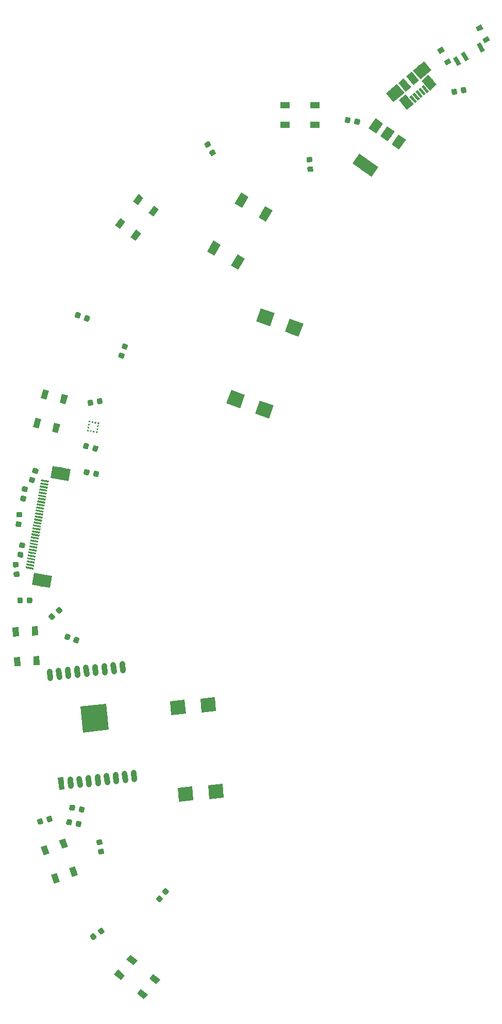
<source format=gtp>
G04 #@! TF.GenerationSoftware,KiCad,Pcbnew,5.1.3-ffb9f22~84~ubuntu18.04.1*
G04 #@! TF.CreationDate,2019-10-26T21:40:40-04:00*
G04 #@! TF.ProjectId,swadge-banana,73776164-6765-42d6-9261-6e616e612e6b,rev?*
G04 #@! TF.SameCoordinates,Original*
G04 #@! TF.FileFunction,Paste,Top*
G04 #@! TF.FilePolarity,Positive*
%FSLAX46Y46*%
G04 Gerber Fmt 4.6, Leading zero omitted, Abs format (unit mm)*
G04 Created by KiCad (PCBNEW 5.1.3-ffb9f22~84~ubuntu18.04.1) date 2019-10-26 21:40:40*
%MOMM*%
%LPD*%
G04 APERTURE LIST*
%ADD10C,0.100000*%
%ADD11C,0.875000*%
%ADD12C,0.300000*%
%ADD13C,2.000000*%
%ADD14C,1.500000*%
%ADD15C,0.250000*%
%ADD16C,4.300000*%
%ADD17C,0.900000*%
%ADD18C,0.900000*%
%ADD19C,0.800000*%
%ADD20C,0.700000*%
%ADD21C,2.300000*%
%ADD22C,1.400000*%
%ADD23C,1.175000*%
%ADD24C,1.900000*%
%ADD25C,1.475000*%
%ADD26C,0.450000*%
%ADD27C,1.000000*%
%ADD28R,1.500000X1.000000*%
G04 APERTURE END LIST*
D10*
G36*
X166838894Y-33359492D02*
G01*
X166860193Y-33362178D01*
X167291046Y-33438150D01*
X167311979Y-33442911D01*
X167332344Y-33449700D01*
X167351945Y-33458453D01*
X167370595Y-33469085D01*
X167388112Y-33481494D01*
X167404329Y-33495560D01*
X167419089Y-33511148D01*
X167432250Y-33528108D01*
X167443685Y-33546275D01*
X167453285Y-33565477D01*
X167460956Y-33585526D01*
X167466625Y-33606231D01*
X167470237Y-33627392D01*
X167471758Y-33648805D01*
X167471173Y-33670265D01*
X167468487Y-33691563D01*
X167379492Y-34196277D01*
X167374731Y-34217209D01*
X167367942Y-34237574D01*
X167359189Y-34257176D01*
X167348557Y-34275825D01*
X167336148Y-34293343D01*
X167322082Y-34309560D01*
X167306494Y-34324320D01*
X167289535Y-34337481D01*
X167271367Y-34348916D01*
X167252166Y-34358515D01*
X167232116Y-34366187D01*
X167211411Y-34371856D01*
X167190250Y-34375468D01*
X167168837Y-34376989D01*
X167147378Y-34376404D01*
X167126079Y-34373718D01*
X166695226Y-34297746D01*
X166674293Y-34292985D01*
X166653928Y-34286196D01*
X166634327Y-34277443D01*
X166615677Y-34266811D01*
X166598160Y-34254402D01*
X166581943Y-34240336D01*
X166567183Y-34224748D01*
X166554022Y-34207788D01*
X166542587Y-34189621D01*
X166532987Y-34170419D01*
X166525316Y-34150370D01*
X166519647Y-34129665D01*
X166516035Y-34108504D01*
X166514514Y-34087091D01*
X166515099Y-34065631D01*
X166517785Y-34044333D01*
X166606780Y-33539619D01*
X166611541Y-33518687D01*
X166618330Y-33498322D01*
X166627083Y-33478720D01*
X166637715Y-33460071D01*
X166650124Y-33442553D01*
X166664190Y-33426336D01*
X166679778Y-33411576D01*
X166696737Y-33398415D01*
X166714905Y-33386980D01*
X166734106Y-33377381D01*
X166754156Y-33369709D01*
X166774861Y-33364040D01*
X166796022Y-33360428D01*
X166817435Y-33358907D01*
X166838894Y-33359492D01*
X166838894Y-33359492D01*
G37*
D11*
X166993136Y-33867948D03*
D10*
G36*
X165287822Y-33085996D02*
G01*
X165309121Y-33088682D01*
X165739974Y-33164654D01*
X165760907Y-33169415D01*
X165781272Y-33176204D01*
X165800873Y-33184957D01*
X165819523Y-33195589D01*
X165837040Y-33207998D01*
X165853257Y-33222064D01*
X165868017Y-33237652D01*
X165881178Y-33254612D01*
X165892613Y-33272779D01*
X165902213Y-33291981D01*
X165909884Y-33312030D01*
X165915553Y-33332735D01*
X165919165Y-33353896D01*
X165920686Y-33375309D01*
X165920101Y-33396769D01*
X165917415Y-33418067D01*
X165828420Y-33922781D01*
X165823659Y-33943713D01*
X165816870Y-33964078D01*
X165808117Y-33983680D01*
X165797485Y-34002329D01*
X165785076Y-34019847D01*
X165771010Y-34036064D01*
X165755422Y-34050824D01*
X165738463Y-34063985D01*
X165720295Y-34075420D01*
X165701094Y-34085019D01*
X165681044Y-34092691D01*
X165660339Y-34098360D01*
X165639178Y-34101972D01*
X165617765Y-34103493D01*
X165596306Y-34102908D01*
X165575007Y-34100222D01*
X165144154Y-34024250D01*
X165123221Y-34019489D01*
X165102856Y-34012700D01*
X165083255Y-34003947D01*
X165064605Y-33993315D01*
X165047088Y-33980906D01*
X165030871Y-33966840D01*
X165016111Y-33951252D01*
X165002950Y-33934292D01*
X164991515Y-33916125D01*
X164981915Y-33896923D01*
X164974244Y-33876874D01*
X164968575Y-33856169D01*
X164964963Y-33835008D01*
X164963442Y-33813595D01*
X164964027Y-33792135D01*
X164966713Y-33770837D01*
X165055708Y-33266123D01*
X165060469Y-33245191D01*
X165067258Y-33224826D01*
X165076011Y-33205224D01*
X165086643Y-33186575D01*
X165099052Y-33169057D01*
X165113118Y-33152840D01*
X165128706Y-33138080D01*
X165145665Y-33124919D01*
X165163833Y-33113484D01*
X165183034Y-33103885D01*
X165203084Y-33096213D01*
X165223789Y-33090544D01*
X165244950Y-33086932D01*
X165266363Y-33085411D01*
X165287822Y-33085996D01*
X165287822Y-33085996D01*
G37*
D11*
X165442064Y-33594452D03*
D12*
X113787764Y-103695931D03*
D10*
G36*
X114453936Y-103661081D02*
G01*
X114401842Y-103956523D01*
X113121592Y-103730781D01*
X113173686Y-103435339D01*
X114453936Y-103661081D01*
X114453936Y-103661081D01*
G37*
D12*
X113614116Y-104680739D03*
D10*
G36*
X114280288Y-104645889D02*
G01*
X114228194Y-104941331D01*
X112947944Y-104715589D01*
X113000038Y-104420147D01*
X114280288Y-104645889D01*
X114280288Y-104645889D01*
G37*
D12*
X114135060Y-101726315D03*
D10*
G36*
X114801232Y-101691465D02*
G01*
X114749138Y-101986907D01*
X113468888Y-101761165D01*
X113520982Y-101465723D01*
X114801232Y-101691465D01*
X114801232Y-101691465D01*
G37*
D12*
X113266819Y-106650354D03*
D10*
G36*
X113932991Y-106615504D02*
G01*
X113880897Y-106910946D01*
X112600647Y-106685204D01*
X112652741Y-106389762D01*
X113932991Y-106615504D01*
X113932991Y-106615504D01*
G37*
D12*
X113700940Y-104188335D03*
D10*
G36*
X114367112Y-104153485D02*
G01*
X114315018Y-104448927D01*
X113034768Y-104223185D01*
X113086862Y-103927743D01*
X114367112Y-104153485D01*
X114367112Y-104153485D01*
G37*
D12*
X114048236Y-102218719D03*
D10*
G36*
X114714408Y-102183869D02*
G01*
X114662314Y-102479311D01*
X113382064Y-102253569D01*
X113434158Y-101958127D01*
X114714408Y-102183869D01*
X114714408Y-102183869D01*
G37*
D12*
X114916477Y-97294680D03*
D10*
G36*
X115582649Y-97259830D02*
G01*
X115530555Y-97555272D01*
X114250305Y-97329530D01*
X114302399Y-97034088D01*
X115582649Y-97259830D01*
X115582649Y-97259830D01*
G37*
D12*
X113874588Y-103203527D03*
D10*
G36*
X114540760Y-103168677D02*
G01*
X114488666Y-103464119D01*
X113208416Y-103238377D01*
X113260510Y-102942935D01*
X114540760Y-103168677D01*
X114540760Y-103168677D01*
G37*
D12*
X113961412Y-102711123D03*
D10*
G36*
X114627584Y-102676273D02*
G01*
X114575490Y-102971715D01*
X113295240Y-102745973D01*
X113347334Y-102450531D01*
X114627584Y-102676273D01*
X114627584Y-102676273D01*
G37*
D12*
X115003301Y-96802277D03*
D10*
G36*
X115669473Y-96767427D02*
G01*
X115617379Y-97062869D01*
X114337129Y-96837127D01*
X114389223Y-96541685D01*
X115669473Y-96767427D01*
X115669473Y-96767427D01*
G37*
D12*
X115176949Y-95817469D03*
D10*
G36*
X115843121Y-95782619D02*
G01*
X115791027Y-96078061D01*
X114510777Y-95852319D01*
X114562871Y-95556877D01*
X115843121Y-95782619D01*
X115843121Y-95782619D01*
G37*
D12*
X115350597Y-94832661D03*
D10*
G36*
X116016769Y-94797811D02*
G01*
X115964675Y-95093253D01*
X114684425Y-94867511D01*
X114736519Y-94572069D01*
X116016769Y-94797811D01*
X116016769Y-94797811D01*
G37*
D12*
X115437422Y-94340257D03*
D10*
G36*
X116103594Y-94305407D02*
G01*
X116051500Y-94600849D01*
X114771250Y-94375107D01*
X114823344Y-94079665D01*
X116103594Y-94305407D01*
X116103594Y-94305407D01*
G37*
D12*
X115611070Y-93355449D03*
D10*
G36*
X116277242Y-93320599D02*
G01*
X116225148Y-93616041D01*
X114944898Y-93390299D01*
X114996992Y-93094857D01*
X116277242Y-93320599D01*
X116277242Y-93320599D01*
G37*
D12*
X114569181Y-99264296D03*
D10*
G36*
X115235353Y-99229446D02*
G01*
X115183259Y-99524888D01*
X113903009Y-99299146D01*
X113955103Y-99003704D01*
X115235353Y-99229446D01*
X115235353Y-99229446D01*
G37*
D12*
X113527292Y-105173142D03*
D10*
G36*
X114193464Y-105138292D02*
G01*
X114141370Y-105433734D01*
X112861120Y-105207992D01*
X112913214Y-104912550D01*
X114193464Y-105138292D01*
X114193464Y-105138292D01*
G37*
D12*
X115697894Y-92863046D03*
D10*
G36*
X116364066Y-92828196D02*
G01*
X116311972Y-93123638D01*
X115031722Y-92897896D01*
X115083816Y-92602454D01*
X116364066Y-92828196D01*
X116364066Y-92828196D01*
G37*
D12*
X114221884Y-101233911D03*
D10*
G36*
X114888056Y-101199061D02*
G01*
X114835962Y-101494503D01*
X113555712Y-101268761D01*
X113607806Y-100973319D01*
X114888056Y-101199061D01*
X114888056Y-101199061D01*
G37*
D13*
X118298711Y-91646186D03*
D10*
G36*
X116995148Y-90400906D02*
G01*
X119949571Y-90921851D01*
X119602274Y-92891466D01*
X116647851Y-92370521D01*
X116995148Y-90400906D01*
X116995148Y-90400906D01*
G37*
D12*
X113353643Y-106157950D03*
D10*
G36*
X114019815Y-106123100D02*
G01*
X113967721Y-106418542D01*
X112687471Y-106192800D01*
X112739565Y-105897358D01*
X114019815Y-106123100D01*
X114019815Y-106123100D01*
G37*
D12*
X114308708Y-100741508D03*
D10*
G36*
X114974880Y-100706658D02*
G01*
X114922786Y-101002100D01*
X113642536Y-100776358D01*
X113694630Y-100480916D01*
X114974880Y-100706658D01*
X114974880Y-100706658D01*
G37*
D12*
X114395532Y-100249104D03*
D10*
G36*
X115061704Y-100214254D02*
G01*
X115009610Y-100509696D01*
X113729360Y-100283954D01*
X113781454Y-99988512D01*
X115061704Y-100214254D01*
X115061704Y-100214254D01*
G37*
D12*
X114482357Y-99756700D03*
D10*
G36*
X115148529Y-99721850D02*
G01*
X115096435Y-100017292D01*
X113816185Y-99791550D01*
X113868279Y-99496108D01*
X115148529Y-99721850D01*
X115148529Y-99721850D01*
G37*
D12*
X113440467Y-105665546D03*
D10*
G36*
X114106639Y-105630696D02*
G01*
X114054545Y-105926138D01*
X112774295Y-105700396D01*
X112826389Y-105404954D01*
X114106639Y-105630696D01*
X114106639Y-105630696D01*
G37*
D12*
X113179995Y-107142758D03*
D10*
G36*
X113846167Y-107107908D02*
G01*
X113794073Y-107403350D01*
X112513823Y-107177608D01*
X112565917Y-106882166D01*
X113846167Y-107107908D01*
X113846167Y-107107908D01*
G37*
D12*
X114656005Y-98771892D03*
D10*
G36*
X115322177Y-98737042D02*
G01*
X115270083Y-99032484D01*
X113989833Y-98806742D01*
X114041927Y-98511300D01*
X115322177Y-98737042D01*
X115322177Y-98737042D01*
G37*
D12*
X114742829Y-98279488D03*
D10*
G36*
X115409001Y-98244638D02*
G01*
X115356907Y-98540080D01*
X114076657Y-98314338D01*
X114128751Y-98018896D01*
X115409001Y-98244638D01*
X115409001Y-98244638D01*
G37*
D12*
X114829653Y-97787084D03*
D10*
G36*
X115495825Y-97752234D02*
G01*
X115443731Y-98047676D01*
X114163481Y-97821934D01*
X114215575Y-97526492D01*
X115495825Y-97752234D01*
X115495825Y-97752234D01*
G37*
D12*
X115090125Y-96309873D03*
D10*
G36*
X115756297Y-96275023D02*
G01*
X115704203Y-96570465D01*
X114423953Y-96344723D01*
X114476047Y-96049281D01*
X115756297Y-96275023D01*
X115756297Y-96275023D01*
G37*
D12*
X115263773Y-95325065D03*
D10*
G36*
X115929945Y-95290215D02*
G01*
X115877851Y-95585657D01*
X114597601Y-95359915D01*
X114649695Y-95064473D01*
X115929945Y-95290215D01*
X115929945Y-95290215D01*
G37*
D12*
X115524246Y-93847853D03*
D10*
G36*
X116190418Y-93813003D02*
G01*
X116138324Y-94108445D01*
X114858074Y-93882703D01*
X114910168Y-93587261D01*
X116190418Y-93813003D01*
X116190418Y-93813003D01*
G37*
D13*
X115207774Y-109175764D03*
D10*
G36*
X113904211Y-107930484D02*
G01*
X116858634Y-108451429D01*
X116511337Y-110421044D01*
X113556914Y-109900099D01*
X113904211Y-107930484D01*
X113904211Y-107930484D01*
G37*
D14*
X173840815Y-37188897D03*
D10*
G36*
X173800027Y-35939563D02*
G01*
X175028755Y-36799927D01*
X173881603Y-38438231D01*
X172652875Y-37577867D01*
X173800027Y-35939563D01*
X173800027Y-35939563D01*
G37*
D14*
X170072716Y-34550445D03*
D10*
G36*
X170031928Y-33301111D02*
G01*
X171260656Y-34161475D01*
X170113504Y-35799779D01*
X168884776Y-34939415D01*
X170031928Y-33301111D01*
X170031928Y-33301111D01*
G37*
D14*
X171956766Y-35869671D03*
D10*
G36*
X171915978Y-34620337D02*
G01*
X173144706Y-35480701D01*
X171997554Y-37119005D01*
X170768826Y-36258641D01*
X171915978Y-34620337D01*
X171915978Y-34620337D01*
G37*
D13*
X168343234Y-41030329D03*
D10*
G36*
X167360422Y-39121382D02*
G01*
X170473199Y-41300972D01*
X169326046Y-42939276D01*
X166213269Y-40759686D01*
X167360422Y-39121382D01*
X167360422Y-39121382D01*
G37*
D15*
X124001438Y-83279806D03*
D10*
G36*
X123902214Y-83122689D02*
G01*
X124148416Y-83166101D01*
X124100662Y-83436923D01*
X123854460Y-83393511D01*
X123902214Y-83122689D01*
X123902214Y-83122689D01*
G37*
D15*
X123509034Y-83192982D03*
D10*
G36*
X123409810Y-83035865D02*
G01*
X123656012Y-83079277D01*
X123608258Y-83350099D01*
X123362056Y-83306687D01*
X123409810Y-83035865D01*
X123409810Y-83035865D01*
G37*
D15*
X123248562Y-84670194D03*
D10*
G36*
X123149338Y-84513077D02*
G01*
X123395540Y-84556489D01*
X123347786Y-84827311D01*
X123101584Y-84783899D01*
X123149338Y-84513077D01*
X123149338Y-84513077D01*
G37*
D15*
X123740966Y-84757018D03*
D10*
G36*
X123641742Y-84599901D02*
G01*
X123887944Y-84643313D01*
X123840190Y-84914135D01*
X123593988Y-84870723D01*
X123641742Y-84599901D01*
X123641742Y-84599901D01*
G37*
D15*
X124320194Y-84351438D03*
D10*
G36*
X124163077Y-84450662D02*
G01*
X124206489Y-84204460D01*
X124477311Y-84252214D01*
X124433899Y-84498416D01*
X124163077Y-84450662D01*
X124163077Y-84450662D01*
G37*
D15*
X124407018Y-83859034D03*
D10*
G36*
X124249901Y-83958258D02*
G01*
X124293313Y-83712056D01*
X124564135Y-83759810D01*
X124520723Y-84006012D01*
X124249901Y-83958258D01*
X124249901Y-83958258D01*
G37*
D15*
X122929806Y-83598562D03*
D10*
G36*
X122772689Y-83697786D02*
G01*
X122816101Y-83451584D01*
X123086923Y-83499338D01*
X123043511Y-83745540D01*
X122772689Y-83697786D01*
X122772689Y-83697786D01*
G37*
D15*
X122842982Y-84090966D03*
D10*
G36*
X122685865Y-84190190D02*
G01*
X122729277Y-83943988D01*
X123000099Y-83991742D01*
X122956687Y-84237944D01*
X122685865Y-84190190D01*
X122685865Y-84190190D01*
G37*
D15*
X123016630Y-83106158D03*
D10*
G36*
X122917406Y-82949041D02*
G01*
X123163608Y-82992453D01*
X123115854Y-83263275D01*
X122869652Y-83219863D01*
X122917406Y-82949041D01*
X122917406Y-82949041D01*
G37*
D15*
X124493842Y-83366630D03*
D10*
G36*
X124394618Y-83209513D02*
G01*
X124640820Y-83252925D01*
X124593066Y-83523747D01*
X124346864Y-83480335D01*
X124394618Y-83209513D01*
X124394618Y-83209513D01*
G37*
D15*
X124233370Y-84843842D03*
D10*
G36*
X124134146Y-84686725D02*
G01*
X124380348Y-84730137D01*
X124332594Y-85000959D01*
X124086392Y-84957547D01*
X124134146Y-84686725D01*
X124134146Y-84686725D01*
G37*
D15*
X122756158Y-84583370D03*
D10*
G36*
X122656934Y-84426253D02*
G01*
X122903136Y-84469665D01*
X122855382Y-84740487D01*
X122609180Y-84697075D01*
X122656934Y-84426253D01*
X122656934Y-84426253D01*
G37*
D16*
X123861126Y-131797641D03*
D10*
G36*
X126224084Y-133711127D02*
G01*
X121947640Y-134160599D01*
X121498168Y-129884155D01*
X125774612Y-129434683D01*
X126224084Y-133711127D01*
X126224084Y-133711127D01*
G37*
D17*
X116493488Y-124648606D03*
D18*
X116550979Y-125195593D02*
X116435997Y-124101619D01*
D17*
X117985271Y-124491813D03*
D18*
X118042762Y-125038800D02*
X117927780Y-123944826D01*
D17*
X119477053Y-124335020D03*
D18*
X119534544Y-124882007D02*
X119419562Y-123788033D01*
D17*
X120968836Y-124178228D03*
D18*
X121026327Y-124725215D02*
X120911345Y-123631241D01*
D17*
X122460619Y-124021435D03*
D18*
X122518110Y-124568422D02*
X122403128Y-123474448D01*
D17*
X123952402Y-123864642D03*
D18*
X124009893Y-124411629D02*
X123894911Y-123317655D01*
D17*
X125444185Y-123707850D03*
D18*
X125501676Y-124254837D02*
X125386694Y-123160863D01*
D17*
X126935968Y-123551057D03*
D18*
X126993459Y-124098044D02*
X126878477Y-123004070D01*
D17*
X128817480Y-141452451D03*
D18*
X128874971Y-141999438D02*
X128759989Y-140905464D01*
D17*
X127325697Y-141609244D03*
D18*
X127383188Y-142156231D02*
X127268206Y-141062257D01*
D17*
X125833914Y-141766037D03*
D18*
X125891405Y-142313024D02*
X125776423Y-141219050D01*
D17*
X124342131Y-141922829D03*
D18*
X124399622Y-142469816D02*
X124284640Y-141375842D01*
D17*
X122850349Y-142079622D03*
D18*
X122907840Y-142626609D02*
X122792858Y-141532635D01*
D17*
X121358566Y-142236415D03*
D18*
X121416057Y-142783402D02*
X121301075Y-141689428D01*
D17*
X119866783Y-142393207D03*
D18*
X119924274Y-142940194D02*
X119809292Y-141846220D01*
D17*
X118375000Y-142550000D03*
D10*
G36*
X118927063Y-143497484D02*
G01*
X118031994Y-143591560D01*
X117822937Y-141602516D01*
X118718006Y-141508440D01*
X118927063Y-143497484D01*
X118927063Y-143497484D01*
G37*
D17*
X130309263Y-141295658D03*
D18*
X130366754Y-141842645D02*
X130251772Y-140748671D01*
D17*
X128427750Y-123394264D03*
D18*
X128485241Y-123941251D02*
X128370259Y-122847277D01*
D19*
X188170993Y-20400500D03*
D10*
G36*
X188404006Y-19804090D02*
G01*
X188804006Y-20496910D01*
X187937980Y-20996910D01*
X187537980Y-20304090D01*
X188404006Y-19804090D01*
X188404006Y-19804090D01*
G37*
D19*
X181849007Y-24050500D03*
D10*
G36*
X182082020Y-23454090D02*
G01*
X182482020Y-24146910D01*
X181615994Y-24646910D01*
X181215994Y-23954090D01*
X182082020Y-23454090D01*
X182082020Y-23454090D01*
G37*
D19*
X180744007Y-22136584D03*
D10*
G36*
X180977020Y-21540174D02*
G01*
X181377020Y-22232994D01*
X180510994Y-22732994D01*
X180110994Y-22040174D01*
X180977020Y-21540174D01*
X180977020Y-21540174D01*
G37*
D19*
X187065993Y-18486584D03*
D10*
G36*
X187299006Y-17890174D02*
G01*
X187699006Y-18582994D01*
X186832980Y-19082994D01*
X186432980Y-18390174D01*
X187299006Y-17890174D01*
X187299006Y-17890174D01*
G37*
D20*
X183386443Y-23913416D03*
D10*
G36*
X183314552Y-23088897D02*
G01*
X184064552Y-24387935D01*
X183458334Y-24737935D01*
X182708334Y-23438897D01*
X183314552Y-23088897D01*
X183314552Y-23088897D01*
G37*
D20*
X184685481Y-23163416D03*
D10*
G36*
X184613590Y-22338897D02*
G01*
X185363590Y-23637935D01*
X184757372Y-23987935D01*
X184007372Y-22688897D01*
X184613590Y-22338897D01*
X184613590Y-22338897D01*
G37*
D20*
X187283557Y-21663416D03*
D10*
G36*
X187211666Y-20838897D02*
G01*
X187961666Y-22137935D01*
X187355448Y-22487935D01*
X186605448Y-21188897D01*
X187211666Y-20838897D01*
X187211666Y-20838897D01*
G37*
D21*
X156634903Y-67693402D03*
D10*
G36*
X157369211Y-69184473D02*
G01*
X155113949Y-68363624D01*
X155900595Y-66202331D01*
X158155857Y-67023180D01*
X157369211Y-69184473D01*
X157369211Y-69184473D01*
G37*
D21*
X151744015Y-81131007D03*
D10*
G36*
X152478323Y-82622078D02*
G01*
X150223061Y-81801229D01*
X151009707Y-79639936D01*
X153264969Y-80460785D01*
X152478323Y-82622078D01*
X152478323Y-82622078D01*
G37*
D21*
X151936440Y-65983302D03*
D10*
G36*
X152670748Y-67474373D02*
G01*
X150415486Y-66653524D01*
X151202132Y-64492231D01*
X153457394Y-65313080D01*
X152670748Y-67474373D01*
X152670748Y-67474373D01*
G37*
D21*
X147045552Y-79420906D03*
D10*
G36*
X147779860Y-80911977D02*
G01*
X145524598Y-80091128D01*
X146311244Y-77929835D01*
X148566506Y-78750684D01*
X147779860Y-80911977D01*
X147779860Y-80911977D01*
G37*
D21*
X142540373Y-129605038D03*
D10*
G36*
X143836036Y-130646075D02*
G01*
X141445168Y-130855249D01*
X141244710Y-128564001D01*
X143635578Y-128354827D01*
X143836036Y-130646075D01*
X143836036Y-130646075D01*
G37*
D21*
X143786701Y-143850622D03*
D10*
G36*
X145082364Y-144891659D02*
G01*
X142691496Y-145100833D01*
X142491038Y-142809585D01*
X144881906Y-142600411D01*
X145082364Y-144891659D01*
X145082364Y-144891659D01*
G37*
D21*
X137559400Y-130040816D03*
D10*
G36*
X138855063Y-131081853D02*
G01*
X136464195Y-131291027D01*
X136263737Y-128999779D01*
X138654605Y-128790605D01*
X138855063Y-131081853D01*
X138855063Y-131081853D01*
G37*
D21*
X138805727Y-144286400D03*
D10*
G36*
X140101390Y-145327437D02*
G01*
X137710522Y-145536611D01*
X137510064Y-143245363D01*
X139900932Y-143036189D01*
X140101390Y-145327437D01*
X140101390Y-145327437D01*
G37*
D22*
X151945208Y-49022084D03*
D10*
G36*
X152026426Y-50281411D02*
G01*
X150813990Y-49581411D01*
X151863990Y-47762757D01*
X153076426Y-48462757D01*
X152026426Y-50281411D01*
X152026426Y-50281411D01*
G37*
D22*
X147395208Y-56902916D03*
D10*
G36*
X147476426Y-58162243D02*
G01*
X146263990Y-57462243D01*
X147313990Y-55643589D01*
X148526426Y-56343589D01*
X147476426Y-58162243D01*
X147476426Y-58162243D01*
G37*
D22*
X148004792Y-46747084D03*
D10*
G36*
X148086010Y-48006411D02*
G01*
X146873574Y-47306411D01*
X147923574Y-45487757D01*
X149136010Y-46187757D01*
X148086010Y-48006411D01*
X148086010Y-48006411D01*
G37*
D22*
X143454792Y-54627916D03*
D10*
G36*
X143536010Y-55887243D02*
G01*
X142323574Y-55187243D01*
X143373574Y-53368589D01*
X144586010Y-54068589D01*
X143536010Y-55887243D01*
X143536010Y-55887243D01*
G37*
G36*
X128665287Y-70273367D02*
G01*
X128686639Y-70275588D01*
X128707671Y-70279891D01*
X128728179Y-70286234D01*
X129209771Y-70461519D01*
X129229559Y-70469842D01*
X129248436Y-70480065D01*
X129266220Y-70492089D01*
X129282739Y-70505798D01*
X129297836Y-70521060D01*
X129311364Y-70537728D01*
X129323193Y-70555642D01*
X129333209Y-70574629D01*
X129341316Y-70594507D01*
X129347435Y-70615083D01*
X129351508Y-70636160D01*
X129353496Y-70657535D01*
X129353379Y-70679002D01*
X129351158Y-70700354D01*
X129346855Y-70721385D01*
X129340512Y-70741894D01*
X129190878Y-71153009D01*
X129182555Y-71172797D01*
X129172332Y-71191674D01*
X129160308Y-71209458D01*
X129146599Y-71225977D01*
X129131337Y-71241074D01*
X129114669Y-71254602D01*
X129096755Y-71266431D01*
X129077768Y-71276447D01*
X129057890Y-71284554D01*
X129037314Y-71290673D01*
X129016236Y-71294746D01*
X128994862Y-71296734D01*
X128973395Y-71296617D01*
X128952043Y-71294396D01*
X128931011Y-71290093D01*
X128910503Y-71283750D01*
X128428911Y-71108465D01*
X128409123Y-71100142D01*
X128390246Y-71089919D01*
X128372462Y-71077895D01*
X128355943Y-71064186D01*
X128340846Y-71048924D01*
X128327318Y-71032256D01*
X128315489Y-71014342D01*
X128305473Y-70995355D01*
X128297366Y-70975477D01*
X128291247Y-70954901D01*
X128287174Y-70933824D01*
X128285186Y-70912449D01*
X128285303Y-70890982D01*
X128287524Y-70869630D01*
X128291827Y-70848599D01*
X128298170Y-70828090D01*
X128447804Y-70416975D01*
X128456127Y-70397187D01*
X128466350Y-70378310D01*
X128478374Y-70360526D01*
X128492083Y-70344007D01*
X128507345Y-70328910D01*
X128524013Y-70315382D01*
X128541927Y-70303553D01*
X128560914Y-70293537D01*
X128580792Y-70285430D01*
X128601368Y-70279311D01*
X128622446Y-70275238D01*
X128643820Y-70273250D01*
X128665287Y-70273367D01*
X128665287Y-70273367D01*
G37*
D11*
X128819341Y-70784992D03*
D10*
G36*
X128126605Y-71753383D02*
G01*
X128147957Y-71755604D01*
X128168989Y-71759907D01*
X128189497Y-71766250D01*
X128671089Y-71941535D01*
X128690877Y-71949858D01*
X128709754Y-71960081D01*
X128727538Y-71972105D01*
X128744057Y-71985814D01*
X128759154Y-72001076D01*
X128772682Y-72017744D01*
X128784511Y-72035658D01*
X128794527Y-72054645D01*
X128802634Y-72074523D01*
X128808753Y-72095099D01*
X128812826Y-72116176D01*
X128814814Y-72137551D01*
X128814697Y-72159018D01*
X128812476Y-72180370D01*
X128808173Y-72201401D01*
X128801830Y-72221910D01*
X128652196Y-72633025D01*
X128643873Y-72652813D01*
X128633650Y-72671690D01*
X128621626Y-72689474D01*
X128607917Y-72705993D01*
X128592655Y-72721090D01*
X128575987Y-72734618D01*
X128558073Y-72746447D01*
X128539086Y-72756463D01*
X128519208Y-72764570D01*
X128498632Y-72770689D01*
X128477554Y-72774762D01*
X128456180Y-72776750D01*
X128434713Y-72776633D01*
X128413361Y-72774412D01*
X128392329Y-72770109D01*
X128371821Y-72763766D01*
X127890229Y-72588481D01*
X127870441Y-72580158D01*
X127851564Y-72569935D01*
X127833780Y-72557911D01*
X127817261Y-72544202D01*
X127802164Y-72528940D01*
X127788636Y-72512272D01*
X127776807Y-72494358D01*
X127766791Y-72475371D01*
X127758684Y-72455493D01*
X127752565Y-72434917D01*
X127748492Y-72413840D01*
X127746504Y-72392465D01*
X127746621Y-72370998D01*
X127748842Y-72349646D01*
X127753145Y-72328615D01*
X127759488Y-72308106D01*
X127909122Y-71896991D01*
X127917445Y-71877203D01*
X127927668Y-71858326D01*
X127939692Y-71840542D01*
X127953401Y-71824023D01*
X127968663Y-71808926D01*
X127985331Y-71795398D01*
X128003245Y-71783569D01*
X128022232Y-71773553D01*
X128042110Y-71765446D01*
X128062686Y-71759327D01*
X128083764Y-71755254D01*
X128105138Y-71753266D01*
X128126605Y-71753383D01*
X128126605Y-71753383D01*
G37*
D11*
X128280659Y-72265008D03*
D10*
G36*
X111739065Y-102946427D02*
G01*
X111760363Y-102949113D01*
X112265077Y-103038108D01*
X112286009Y-103042869D01*
X112306374Y-103049658D01*
X112325976Y-103058411D01*
X112344625Y-103069043D01*
X112362143Y-103081452D01*
X112378360Y-103095518D01*
X112393120Y-103111106D01*
X112406281Y-103128065D01*
X112417716Y-103146233D01*
X112427315Y-103165434D01*
X112434987Y-103185484D01*
X112440656Y-103206189D01*
X112444268Y-103227350D01*
X112445789Y-103248763D01*
X112445204Y-103270222D01*
X112442518Y-103291521D01*
X112366546Y-103722374D01*
X112361785Y-103743307D01*
X112354996Y-103763672D01*
X112346243Y-103783273D01*
X112335611Y-103801923D01*
X112323202Y-103819440D01*
X112309136Y-103835657D01*
X112293548Y-103850417D01*
X112276588Y-103863578D01*
X112258421Y-103875013D01*
X112239219Y-103884613D01*
X112219170Y-103892284D01*
X112198465Y-103897953D01*
X112177304Y-103901565D01*
X112155891Y-103903086D01*
X112134431Y-103902501D01*
X112113133Y-103899815D01*
X111608419Y-103810820D01*
X111587487Y-103806059D01*
X111567122Y-103799270D01*
X111547520Y-103790517D01*
X111528871Y-103779885D01*
X111511353Y-103767476D01*
X111495136Y-103753410D01*
X111480376Y-103737822D01*
X111467215Y-103720863D01*
X111455780Y-103702695D01*
X111446181Y-103683494D01*
X111438509Y-103663444D01*
X111432840Y-103642739D01*
X111429228Y-103621578D01*
X111427707Y-103600165D01*
X111428292Y-103578706D01*
X111430978Y-103557407D01*
X111506950Y-103126554D01*
X111511711Y-103105621D01*
X111518500Y-103085256D01*
X111527253Y-103065655D01*
X111537885Y-103047005D01*
X111550294Y-103029488D01*
X111564360Y-103013271D01*
X111579948Y-102998511D01*
X111596908Y-102985350D01*
X111615075Y-102973915D01*
X111634277Y-102964315D01*
X111654326Y-102956644D01*
X111675031Y-102950975D01*
X111696192Y-102947363D01*
X111717605Y-102945842D01*
X111739065Y-102946427D01*
X111739065Y-102946427D01*
G37*
D11*
X111936748Y-103424464D03*
D10*
G36*
X111465569Y-104497499D02*
G01*
X111486867Y-104500185D01*
X111991581Y-104589180D01*
X112012513Y-104593941D01*
X112032878Y-104600730D01*
X112052480Y-104609483D01*
X112071129Y-104620115D01*
X112088647Y-104632524D01*
X112104864Y-104646590D01*
X112119624Y-104662178D01*
X112132785Y-104679137D01*
X112144220Y-104697305D01*
X112153819Y-104716506D01*
X112161491Y-104736556D01*
X112167160Y-104757261D01*
X112170772Y-104778422D01*
X112172293Y-104799835D01*
X112171708Y-104821294D01*
X112169022Y-104842593D01*
X112093050Y-105273446D01*
X112088289Y-105294379D01*
X112081500Y-105314744D01*
X112072747Y-105334345D01*
X112062115Y-105352995D01*
X112049706Y-105370512D01*
X112035640Y-105386729D01*
X112020052Y-105401489D01*
X112003092Y-105414650D01*
X111984925Y-105426085D01*
X111965723Y-105435685D01*
X111945674Y-105443356D01*
X111924969Y-105449025D01*
X111903808Y-105452637D01*
X111882395Y-105454158D01*
X111860935Y-105453573D01*
X111839637Y-105450887D01*
X111334923Y-105361892D01*
X111313991Y-105357131D01*
X111293626Y-105350342D01*
X111274024Y-105341589D01*
X111255375Y-105330957D01*
X111237857Y-105318548D01*
X111221640Y-105304482D01*
X111206880Y-105288894D01*
X111193719Y-105271935D01*
X111182284Y-105253767D01*
X111172685Y-105234566D01*
X111165013Y-105214516D01*
X111159344Y-105193811D01*
X111155732Y-105172650D01*
X111154211Y-105151237D01*
X111154796Y-105129778D01*
X111157482Y-105108479D01*
X111233454Y-104677626D01*
X111238215Y-104656693D01*
X111245004Y-104636328D01*
X111253757Y-104616727D01*
X111264389Y-104598077D01*
X111276798Y-104580560D01*
X111290864Y-104564343D01*
X111306452Y-104549583D01*
X111323412Y-104536422D01*
X111341579Y-104524987D01*
X111360781Y-104515387D01*
X111380830Y-104507716D01*
X111401535Y-104502047D01*
X111422696Y-104498435D01*
X111444109Y-104496914D01*
X111465569Y-104497499D01*
X111465569Y-104497499D01*
G37*
D11*
X111663252Y-104975536D03*
D10*
G36*
X159416390Y-39632796D02*
G01*
X159437589Y-39636178D01*
X159458355Y-39641620D01*
X159478487Y-39649073D01*
X159497791Y-39658462D01*
X159516083Y-39669699D01*
X159533185Y-39682674D01*
X159548933Y-39697263D01*
X159563175Y-39713325D01*
X159575774Y-39730706D01*
X159586609Y-39749239D01*
X159595575Y-39768744D01*
X159602586Y-39789034D01*
X159607575Y-39809913D01*
X159610493Y-39831181D01*
X159648623Y-40267016D01*
X159649442Y-40288467D01*
X159648155Y-40309896D01*
X159644773Y-40331095D01*
X159639330Y-40351861D01*
X159631878Y-40371993D01*
X159622489Y-40391298D01*
X159611252Y-40409589D01*
X159598277Y-40426691D01*
X159583688Y-40442439D01*
X159567626Y-40456681D01*
X159550244Y-40469280D01*
X159531712Y-40480115D01*
X159512207Y-40489081D01*
X159491917Y-40496092D01*
X159471038Y-40501081D01*
X159449770Y-40503999D01*
X158939220Y-40548666D01*
X158917769Y-40549485D01*
X158896340Y-40548198D01*
X158875141Y-40544816D01*
X158854375Y-40539374D01*
X158834243Y-40531921D01*
X158814939Y-40522532D01*
X158796647Y-40511295D01*
X158779545Y-40498320D01*
X158763797Y-40483731D01*
X158749555Y-40467669D01*
X158736956Y-40450288D01*
X158726121Y-40431755D01*
X158717155Y-40412250D01*
X158710144Y-40391960D01*
X158705155Y-40371081D01*
X158702237Y-40349813D01*
X158664107Y-39913978D01*
X158663288Y-39892527D01*
X158664575Y-39871098D01*
X158667957Y-39849899D01*
X158673400Y-39829133D01*
X158680852Y-39809001D01*
X158690241Y-39789696D01*
X158701478Y-39771405D01*
X158714453Y-39754303D01*
X158729042Y-39738555D01*
X158745104Y-39724313D01*
X158762486Y-39711714D01*
X158781018Y-39700879D01*
X158800523Y-39691913D01*
X158820813Y-39684902D01*
X158841692Y-39679913D01*
X158862960Y-39676995D01*
X159373510Y-39632328D01*
X159394961Y-39631509D01*
X159416390Y-39632796D01*
X159416390Y-39632796D01*
G37*
D11*
X159156365Y-40090497D03*
D10*
G36*
X159553660Y-41201802D02*
G01*
X159574859Y-41205184D01*
X159595625Y-41210626D01*
X159615757Y-41218079D01*
X159635061Y-41227468D01*
X159653353Y-41238705D01*
X159670455Y-41251680D01*
X159686203Y-41266269D01*
X159700445Y-41282331D01*
X159713044Y-41299712D01*
X159723879Y-41318245D01*
X159732845Y-41337750D01*
X159739856Y-41358040D01*
X159744845Y-41378919D01*
X159747763Y-41400187D01*
X159785893Y-41836022D01*
X159786712Y-41857473D01*
X159785425Y-41878902D01*
X159782043Y-41900101D01*
X159776600Y-41920867D01*
X159769148Y-41940999D01*
X159759759Y-41960304D01*
X159748522Y-41978595D01*
X159735547Y-41995697D01*
X159720958Y-42011445D01*
X159704896Y-42025687D01*
X159687514Y-42038286D01*
X159668982Y-42049121D01*
X159649477Y-42058087D01*
X159629187Y-42065098D01*
X159608308Y-42070087D01*
X159587040Y-42073005D01*
X159076490Y-42117672D01*
X159055039Y-42118491D01*
X159033610Y-42117204D01*
X159012411Y-42113822D01*
X158991645Y-42108380D01*
X158971513Y-42100927D01*
X158952209Y-42091538D01*
X158933917Y-42080301D01*
X158916815Y-42067326D01*
X158901067Y-42052737D01*
X158886825Y-42036675D01*
X158874226Y-42019294D01*
X158863391Y-42000761D01*
X158854425Y-41981256D01*
X158847414Y-41960966D01*
X158842425Y-41940087D01*
X158839507Y-41918819D01*
X158801377Y-41482984D01*
X158800558Y-41461533D01*
X158801845Y-41440104D01*
X158805227Y-41418905D01*
X158810670Y-41398139D01*
X158818122Y-41378007D01*
X158827511Y-41358702D01*
X158838748Y-41340411D01*
X158851723Y-41323309D01*
X158866312Y-41307561D01*
X158882374Y-41293319D01*
X158899756Y-41280720D01*
X158918288Y-41269885D01*
X158937793Y-41260919D01*
X158958083Y-41253908D01*
X158978962Y-41248919D01*
X159000230Y-41246001D01*
X159510780Y-41201334D01*
X159532231Y-41200515D01*
X159553660Y-41201802D01*
X159553660Y-41201802D01*
G37*
D11*
X159293635Y-41659503D03*
D10*
G36*
X111144959Y-99506273D02*
G01*
X111656211Y-99542023D01*
X111677527Y-99544569D01*
X111698490Y-99549193D01*
X111718899Y-99555849D01*
X111738558Y-99564473D01*
X111757276Y-99574983D01*
X111774874Y-99587277D01*
X111791183Y-99601236D01*
X111806045Y-99616727D01*
X111819316Y-99633600D01*
X111830870Y-99651693D01*
X111840595Y-99670831D01*
X111848398Y-99690830D01*
X111854202Y-99711497D01*
X111857953Y-99732634D01*
X111859614Y-99754037D01*
X111859169Y-99775499D01*
X111828651Y-100211933D01*
X111826105Y-100233249D01*
X111821481Y-100254212D01*
X111814825Y-100274621D01*
X111806201Y-100294280D01*
X111795691Y-100312998D01*
X111783397Y-100330596D01*
X111769438Y-100346905D01*
X111753947Y-100361767D01*
X111737074Y-100375038D01*
X111718982Y-100386592D01*
X111699844Y-100396317D01*
X111679845Y-100404120D01*
X111659177Y-100409924D01*
X111638040Y-100413675D01*
X111616637Y-100415336D01*
X111595175Y-100414891D01*
X111083923Y-100379141D01*
X111062607Y-100376595D01*
X111041644Y-100371971D01*
X111021235Y-100365315D01*
X111001576Y-100356691D01*
X110982858Y-100346181D01*
X110965260Y-100333887D01*
X110948951Y-100319928D01*
X110934089Y-100304437D01*
X110920818Y-100287564D01*
X110909264Y-100269471D01*
X110899539Y-100250333D01*
X110891736Y-100230334D01*
X110885932Y-100209667D01*
X110882181Y-100188530D01*
X110880520Y-100167127D01*
X110880965Y-100145665D01*
X110911483Y-99709231D01*
X110914029Y-99687915D01*
X110918653Y-99666952D01*
X110925309Y-99646543D01*
X110933933Y-99626884D01*
X110944443Y-99608166D01*
X110956737Y-99590568D01*
X110970696Y-99574259D01*
X110986187Y-99559397D01*
X111003060Y-99546126D01*
X111021152Y-99534572D01*
X111040290Y-99524847D01*
X111060289Y-99517044D01*
X111080957Y-99511240D01*
X111102094Y-99507489D01*
X111123497Y-99505828D01*
X111144959Y-99506273D01*
X111144959Y-99506273D01*
G37*
D11*
X111370067Y-99960582D03*
D10*
G36*
X111254825Y-97935109D02*
G01*
X111766077Y-97970859D01*
X111787393Y-97973405D01*
X111808356Y-97978029D01*
X111828765Y-97984685D01*
X111848424Y-97993309D01*
X111867142Y-98003819D01*
X111884740Y-98016113D01*
X111901049Y-98030072D01*
X111915911Y-98045563D01*
X111929182Y-98062436D01*
X111940736Y-98080529D01*
X111950461Y-98099667D01*
X111958264Y-98119666D01*
X111964068Y-98140333D01*
X111967819Y-98161470D01*
X111969480Y-98182873D01*
X111969035Y-98204335D01*
X111938517Y-98640769D01*
X111935971Y-98662085D01*
X111931347Y-98683048D01*
X111924691Y-98703457D01*
X111916067Y-98723116D01*
X111905557Y-98741834D01*
X111893263Y-98759432D01*
X111879304Y-98775741D01*
X111863813Y-98790603D01*
X111846940Y-98803874D01*
X111828848Y-98815428D01*
X111809710Y-98825153D01*
X111789711Y-98832956D01*
X111769043Y-98838760D01*
X111747906Y-98842511D01*
X111726503Y-98844172D01*
X111705041Y-98843727D01*
X111193789Y-98807977D01*
X111172473Y-98805431D01*
X111151510Y-98800807D01*
X111131101Y-98794151D01*
X111111442Y-98785527D01*
X111092724Y-98775017D01*
X111075126Y-98762723D01*
X111058817Y-98748764D01*
X111043955Y-98733273D01*
X111030684Y-98716400D01*
X111019130Y-98698307D01*
X111009405Y-98679169D01*
X111001602Y-98659170D01*
X110995798Y-98638503D01*
X110992047Y-98617366D01*
X110990386Y-98595963D01*
X110990831Y-98574501D01*
X111021349Y-98138067D01*
X111023895Y-98116751D01*
X111028519Y-98095788D01*
X111035175Y-98075379D01*
X111043799Y-98055720D01*
X111054309Y-98037002D01*
X111066603Y-98019404D01*
X111080562Y-98003095D01*
X111096053Y-97988233D01*
X111112926Y-97974962D01*
X111131018Y-97963408D01*
X111150156Y-97953683D01*
X111170155Y-97945880D01*
X111190823Y-97940076D01*
X111211960Y-97936325D01*
X111233363Y-97934664D01*
X111254825Y-97935109D01*
X111254825Y-97935109D01*
G37*
D11*
X111479933Y-98389418D03*
D10*
G36*
X116849858Y-114573108D02*
G01*
X116871126Y-114576026D01*
X116892006Y-114581015D01*
X116912296Y-114588026D01*
X116931801Y-114596992D01*
X116950333Y-114607827D01*
X116967714Y-114620426D01*
X116983776Y-114634668D01*
X116998365Y-114650416D01*
X117327794Y-115043014D01*
X117340769Y-115060116D01*
X117352006Y-115078408D01*
X117361395Y-115097712D01*
X117368848Y-115117845D01*
X117374290Y-115138610D01*
X117377672Y-115159809D01*
X117378959Y-115181238D01*
X117378140Y-115202689D01*
X117375222Y-115223957D01*
X117370233Y-115244837D01*
X117363222Y-115265126D01*
X117354256Y-115284631D01*
X117343421Y-115303164D01*
X117330822Y-115320545D01*
X117316580Y-115336607D01*
X117300832Y-115351196D01*
X116965687Y-115632416D01*
X116948585Y-115645391D01*
X116930293Y-115656628D01*
X116910989Y-115666017D01*
X116890856Y-115673470D01*
X116870091Y-115678913D01*
X116848892Y-115682294D01*
X116827463Y-115683581D01*
X116806012Y-115682762D01*
X116784744Y-115679844D01*
X116763864Y-115674855D01*
X116743574Y-115667844D01*
X116724069Y-115658878D01*
X116705537Y-115648043D01*
X116688156Y-115635444D01*
X116672094Y-115621202D01*
X116657505Y-115605454D01*
X116328076Y-115212856D01*
X116315101Y-115195754D01*
X116303864Y-115177462D01*
X116294475Y-115158158D01*
X116287022Y-115138025D01*
X116281580Y-115117260D01*
X116278198Y-115096061D01*
X116276911Y-115074632D01*
X116277730Y-115053181D01*
X116280648Y-115031913D01*
X116285637Y-115011033D01*
X116292648Y-114990744D01*
X116301614Y-114971239D01*
X116312449Y-114952706D01*
X116325048Y-114935325D01*
X116339290Y-114919263D01*
X116355038Y-114904674D01*
X116690183Y-114623454D01*
X116707285Y-114610479D01*
X116725577Y-114599242D01*
X116744881Y-114589853D01*
X116765014Y-114582400D01*
X116785779Y-114576957D01*
X116806978Y-114573576D01*
X116828407Y-114572289D01*
X116849858Y-114573108D01*
X116849858Y-114573108D01*
G37*
D11*
X116827935Y-115127935D03*
D10*
G36*
X118056378Y-113560718D02*
G01*
X118077646Y-113563636D01*
X118098526Y-113568625D01*
X118118816Y-113575636D01*
X118138321Y-113584602D01*
X118156853Y-113595437D01*
X118174234Y-113608036D01*
X118190296Y-113622278D01*
X118204885Y-113638026D01*
X118534314Y-114030624D01*
X118547289Y-114047726D01*
X118558526Y-114066018D01*
X118567915Y-114085322D01*
X118575368Y-114105455D01*
X118580810Y-114126220D01*
X118584192Y-114147419D01*
X118585479Y-114168848D01*
X118584660Y-114190299D01*
X118581742Y-114211567D01*
X118576753Y-114232447D01*
X118569742Y-114252736D01*
X118560776Y-114272241D01*
X118549941Y-114290774D01*
X118537342Y-114308155D01*
X118523100Y-114324217D01*
X118507352Y-114338806D01*
X118172207Y-114620026D01*
X118155105Y-114633001D01*
X118136813Y-114644238D01*
X118117509Y-114653627D01*
X118097376Y-114661080D01*
X118076611Y-114666523D01*
X118055412Y-114669904D01*
X118033983Y-114671191D01*
X118012532Y-114670372D01*
X117991264Y-114667454D01*
X117970384Y-114662465D01*
X117950094Y-114655454D01*
X117930589Y-114646488D01*
X117912057Y-114635653D01*
X117894676Y-114623054D01*
X117878614Y-114608812D01*
X117864025Y-114593064D01*
X117534596Y-114200466D01*
X117521621Y-114183364D01*
X117510384Y-114165072D01*
X117500995Y-114145768D01*
X117493542Y-114125635D01*
X117488100Y-114104870D01*
X117484718Y-114083671D01*
X117483431Y-114062242D01*
X117484250Y-114040791D01*
X117487168Y-114019523D01*
X117492157Y-113998643D01*
X117499168Y-113978354D01*
X117508134Y-113958849D01*
X117518969Y-113940316D01*
X117531568Y-113922935D01*
X117545810Y-113906873D01*
X117561558Y-113892284D01*
X117896703Y-113611064D01*
X117913805Y-113598089D01*
X117932097Y-113586852D01*
X117951401Y-113577463D01*
X117971534Y-113570010D01*
X117992299Y-113564567D01*
X118013498Y-113561186D01*
X118034927Y-113559899D01*
X118056378Y-113560718D01*
X118056378Y-113560718D01*
G37*
D11*
X118034455Y-114115545D03*
D10*
G36*
X119288994Y-117927280D02*
G01*
X119310346Y-117929501D01*
X119331377Y-117933804D01*
X119351886Y-117940147D01*
X119763001Y-118089781D01*
X119782789Y-118098104D01*
X119801666Y-118108327D01*
X119819450Y-118120351D01*
X119835969Y-118134060D01*
X119851066Y-118149322D01*
X119864594Y-118165990D01*
X119876423Y-118183904D01*
X119886439Y-118202891D01*
X119894546Y-118222769D01*
X119900665Y-118243345D01*
X119904738Y-118264423D01*
X119906726Y-118285797D01*
X119906609Y-118307264D01*
X119904388Y-118328616D01*
X119900085Y-118349648D01*
X119893742Y-118370156D01*
X119718457Y-118851748D01*
X119710134Y-118871536D01*
X119699911Y-118890413D01*
X119687887Y-118908197D01*
X119674178Y-118924716D01*
X119658916Y-118939813D01*
X119642248Y-118953341D01*
X119624334Y-118965170D01*
X119605347Y-118975186D01*
X119585469Y-118983293D01*
X119564893Y-118989412D01*
X119543816Y-118993485D01*
X119522441Y-118995473D01*
X119500974Y-118995356D01*
X119479622Y-118993135D01*
X119458591Y-118988832D01*
X119438082Y-118982489D01*
X119026967Y-118832855D01*
X119007179Y-118824532D01*
X118988302Y-118814309D01*
X118970518Y-118802285D01*
X118953999Y-118788576D01*
X118938902Y-118773314D01*
X118925374Y-118756646D01*
X118913545Y-118738732D01*
X118903529Y-118719745D01*
X118895422Y-118699867D01*
X118889303Y-118679291D01*
X118885230Y-118658213D01*
X118883242Y-118636839D01*
X118883359Y-118615372D01*
X118885580Y-118594020D01*
X118889883Y-118572988D01*
X118896226Y-118552480D01*
X119071511Y-118070888D01*
X119079834Y-118051100D01*
X119090057Y-118032223D01*
X119102081Y-118014439D01*
X119115790Y-117997920D01*
X119131052Y-117982823D01*
X119147720Y-117969295D01*
X119165634Y-117957466D01*
X119184621Y-117947450D01*
X119204499Y-117939343D01*
X119225075Y-117933224D01*
X119246152Y-117929151D01*
X119267527Y-117927163D01*
X119288994Y-117927280D01*
X119288994Y-117927280D01*
G37*
D11*
X119394984Y-118461318D03*
D10*
G36*
X120769010Y-118465962D02*
G01*
X120790362Y-118468183D01*
X120811393Y-118472486D01*
X120831902Y-118478829D01*
X121243017Y-118628463D01*
X121262805Y-118636786D01*
X121281682Y-118647009D01*
X121299466Y-118659033D01*
X121315985Y-118672742D01*
X121331082Y-118688004D01*
X121344610Y-118704672D01*
X121356439Y-118722586D01*
X121366455Y-118741573D01*
X121374562Y-118761451D01*
X121380681Y-118782027D01*
X121384754Y-118803105D01*
X121386742Y-118824479D01*
X121386625Y-118845946D01*
X121384404Y-118867298D01*
X121380101Y-118888330D01*
X121373758Y-118908838D01*
X121198473Y-119390430D01*
X121190150Y-119410218D01*
X121179927Y-119429095D01*
X121167903Y-119446879D01*
X121154194Y-119463398D01*
X121138932Y-119478495D01*
X121122264Y-119492023D01*
X121104350Y-119503852D01*
X121085363Y-119513868D01*
X121065485Y-119521975D01*
X121044909Y-119528094D01*
X121023832Y-119532167D01*
X121002457Y-119534155D01*
X120980990Y-119534038D01*
X120959638Y-119531817D01*
X120938607Y-119527514D01*
X120918098Y-119521171D01*
X120506983Y-119371537D01*
X120487195Y-119363214D01*
X120468318Y-119352991D01*
X120450534Y-119340967D01*
X120434015Y-119327258D01*
X120418918Y-119311996D01*
X120405390Y-119295328D01*
X120393561Y-119277414D01*
X120383545Y-119258427D01*
X120375438Y-119238549D01*
X120369319Y-119217973D01*
X120365246Y-119196895D01*
X120363258Y-119175521D01*
X120363375Y-119154054D01*
X120365596Y-119132702D01*
X120369899Y-119111670D01*
X120376242Y-119091162D01*
X120551527Y-118609570D01*
X120559850Y-118589782D01*
X120570073Y-118570905D01*
X120582097Y-118553121D01*
X120595806Y-118536602D01*
X120611068Y-118521505D01*
X120627736Y-118507977D01*
X120645650Y-118496148D01*
X120664637Y-118486132D01*
X120684515Y-118478025D01*
X120705091Y-118471906D01*
X120726168Y-118467833D01*
X120747543Y-118465845D01*
X120769010Y-118465962D01*
X120769010Y-118465962D01*
G37*
D11*
X120875000Y-119000000D03*
D10*
G36*
X135480516Y-159715483D02*
G01*
X135501715Y-159718864D01*
X135522480Y-159724307D01*
X135542613Y-159731760D01*
X135561917Y-159741149D01*
X135580209Y-159752386D01*
X135597311Y-159765361D01*
X135989909Y-160094790D01*
X136005657Y-160109379D01*
X136019899Y-160125441D01*
X136032498Y-160142822D01*
X136043333Y-160161355D01*
X136052299Y-160180860D01*
X136059310Y-160201149D01*
X136064299Y-160222029D01*
X136067217Y-160243297D01*
X136068036Y-160264748D01*
X136066749Y-160286177D01*
X136063367Y-160307376D01*
X136057925Y-160328141D01*
X136050472Y-160348274D01*
X136041083Y-160367578D01*
X136029846Y-160385870D01*
X136016871Y-160402972D01*
X135735651Y-160738117D01*
X135721062Y-160753865D01*
X135705000Y-160768107D01*
X135687619Y-160780706D01*
X135669087Y-160791541D01*
X135649582Y-160800507D01*
X135629292Y-160807518D01*
X135608412Y-160812507D01*
X135587144Y-160815425D01*
X135565693Y-160816244D01*
X135544264Y-160814957D01*
X135523065Y-160811576D01*
X135502300Y-160806133D01*
X135482167Y-160798680D01*
X135462863Y-160789291D01*
X135444571Y-160778054D01*
X135427469Y-160765079D01*
X135034871Y-160435650D01*
X135019123Y-160421061D01*
X135004881Y-160404999D01*
X134992282Y-160387618D01*
X134981447Y-160369085D01*
X134972481Y-160349580D01*
X134965470Y-160329291D01*
X134960481Y-160308411D01*
X134957563Y-160287143D01*
X134956744Y-160265692D01*
X134958031Y-160244263D01*
X134961413Y-160223064D01*
X134966855Y-160202299D01*
X134974308Y-160182166D01*
X134983697Y-160162862D01*
X134994934Y-160144570D01*
X135007909Y-160127468D01*
X135289129Y-159792323D01*
X135303718Y-159776575D01*
X135319780Y-159762333D01*
X135337161Y-159749734D01*
X135355693Y-159738899D01*
X135375198Y-159729933D01*
X135395488Y-159722922D01*
X135416368Y-159717933D01*
X135437636Y-159715015D01*
X135459087Y-159714196D01*
X135480516Y-159715483D01*
X135480516Y-159715483D01*
G37*
D11*
X135512390Y-160265220D03*
D10*
G36*
X134468126Y-160922003D02*
G01*
X134489325Y-160925384D01*
X134510090Y-160930827D01*
X134530223Y-160938280D01*
X134549527Y-160947669D01*
X134567819Y-160958906D01*
X134584921Y-160971881D01*
X134977519Y-161301310D01*
X134993267Y-161315899D01*
X135007509Y-161331961D01*
X135020108Y-161349342D01*
X135030943Y-161367875D01*
X135039909Y-161387380D01*
X135046920Y-161407669D01*
X135051909Y-161428549D01*
X135054827Y-161449817D01*
X135055646Y-161471268D01*
X135054359Y-161492697D01*
X135050977Y-161513896D01*
X135045535Y-161534661D01*
X135038082Y-161554794D01*
X135028693Y-161574098D01*
X135017456Y-161592390D01*
X135004481Y-161609492D01*
X134723261Y-161944637D01*
X134708672Y-161960385D01*
X134692610Y-161974627D01*
X134675229Y-161987226D01*
X134656697Y-161998061D01*
X134637192Y-162007027D01*
X134616902Y-162014038D01*
X134596022Y-162019027D01*
X134574754Y-162021945D01*
X134553303Y-162022764D01*
X134531874Y-162021477D01*
X134510675Y-162018096D01*
X134489910Y-162012653D01*
X134469777Y-162005200D01*
X134450473Y-161995811D01*
X134432181Y-161984574D01*
X134415079Y-161971599D01*
X134022481Y-161642170D01*
X134006733Y-161627581D01*
X133992491Y-161611519D01*
X133979892Y-161594138D01*
X133969057Y-161575605D01*
X133960091Y-161556100D01*
X133953080Y-161535811D01*
X133948091Y-161514931D01*
X133945173Y-161493663D01*
X133944354Y-161472212D01*
X133945641Y-161450783D01*
X133949023Y-161429584D01*
X133954465Y-161408819D01*
X133961918Y-161388686D01*
X133971307Y-161369382D01*
X133982544Y-161351090D01*
X133995519Y-161333988D01*
X134276739Y-160998843D01*
X134291328Y-160983095D01*
X134307390Y-160968853D01*
X134324771Y-160956254D01*
X134343303Y-160945419D01*
X134362808Y-160936453D01*
X134383098Y-160929442D01*
X134403978Y-160924453D01*
X134425246Y-160921535D01*
X134446697Y-160920716D01*
X134468126Y-160922003D01*
X134468126Y-160922003D01*
G37*
D11*
X134500000Y-161471740D03*
D23*
X174815178Y-27830688D03*
D10*
G36*
X174654581Y-26725308D02*
G01*
X175875877Y-28180793D01*
X174975775Y-28936068D01*
X173754479Y-27480583D01*
X174654581Y-26725308D01*
X174654581Y-26725308D01*
G37*
D23*
X176102132Y-26750805D03*
D10*
G36*
X175941535Y-25645425D02*
G01*
X177162831Y-27100910D01*
X176262729Y-27856185D01*
X175041433Y-26400700D01*
X175941535Y-25645425D01*
X175941535Y-25645425D01*
G37*
D24*
X173229466Y-29161259D03*
D10*
G36*
X173528496Y-27670206D02*
G01*
X174749792Y-29125691D01*
X172930436Y-30652312D01*
X171709140Y-29196827D01*
X173528496Y-27670206D01*
X173528496Y-27670206D01*
G37*
D24*
X177687844Y-25420235D03*
D10*
G36*
X177986874Y-23929182D02*
G01*
X179208170Y-25384667D01*
X177388814Y-26911288D01*
X176167518Y-25455803D01*
X177986874Y-23929182D01*
X177986874Y-23929182D01*
G37*
D25*
X175050682Y-30635513D03*
D10*
G36*
X174940713Y-29357110D02*
G01*
X176290567Y-30965804D01*
X175160651Y-31913916D01*
X173810797Y-30305222D01*
X174940713Y-29357110D01*
X174940713Y-29357110D01*
G37*
D25*
X178823451Y-27469784D03*
D10*
G36*
X178713482Y-26191381D02*
G01*
X180063336Y-27800075D01*
X178933420Y-28748187D01*
X177583566Y-27139493D01*
X178713482Y-26191381D01*
X178713482Y-26191381D01*
G37*
D26*
X176172612Y-30164049D03*
D10*
G36*
X175901449Y-29490851D02*
G01*
X176788495Y-30547992D01*
X176443775Y-30837247D01*
X175556729Y-29780106D01*
X175901449Y-29490851D01*
X175901449Y-29490851D01*
G37*
D26*
X176670541Y-29746237D03*
D10*
G36*
X176399378Y-29073039D02*
G01*
X177286424Y-30130180D01*
X176941704Y-30419435D01*
X176054658Y-29362294D01*
X176399378Y-29073039D01*
X176399378Y-29073039D01*
G37*
D26*
X177168470Y-29328425D03*
D10*
G36*
X176897307Y-28655227D02*
G01*
X177784353Y-29712368D01*
X177439633Y-30001623D01*
X176552587Y-28944482D01*
X176897307Y-28655227D01*
X176897307Y-28655227D01*
G37*
D26*
X177666399Y-28910613D03*
D10*
G36*
X177395236Y-28237415D02*
G01*
X178282282Y-29294556D01*
X177937562Y-29583811D01*
X177050516Y-28526670D01*
X177395236Y-28237415D01*
X177395236Y-28237415D01*
G37*
D26*
X178164328Y-28492801D03*
D10*
G36*
X177893165Y-27819603D02*
G01*
X178780211Y-28876744D01*
X178435491Y-29165999D01*
X177548445Y-28108858D01*
X177893165Y-27819603D01*
X177893165Y-27819603D01*
G37*
D27*
X131698349Y-177110501D03*
D10*
G36*
X132594276Y-177209569D02*
G01*
X131951489Y-177975614D01*
X130802422Y-177011433D01*
X131445209Y-176245388D01*
X132594276Y-177209569D01*
X132594276Y-177209569D01*
G37*
D27*
X133755269Y-174659159D03*
D10*
G36*
X134651196Y-174758227D02*
G01*
X134008409Y-175524272D01*
X132859342Y-174560091D01*
X133502129Y-173794046D01*
X134651196Y-174758227D01*
X134651196Y-174758227D01*
G37*
D27*
X127944731Y-173960841D03*
D10*
G36*
X128840658Y-174059909D02*
G01*
X128197871Y-174825954D01*
X127048804Y-173861773D01*
X127691591Y-173095728D01*
X128840658Y-174059909D01*
X128840658Y-174059909D01*
G37*
D27*
X130001651Y-171509499D03*
D10*
G36*
X130897578Y-171608567D02*
G01*
X130254791Y-172374612D01*
X129105724Y-171410431D01*
X129748511Y-170644386D01*
X130897578Y-171608567D01*
X130897578Y-171608567D01*
G37*
D27*
X117409441Y-158099479D03*
D10*
G36*
X118135802Y-158633238D02*
G01*
X117196110Y-158975259D01*
X116683080Y-157565720D01*
X117622772Y-157223699D01*
X118135802Y-158633238D01*
X118135802Y-158633238D01*
G37*
D27*
X120416458Y-157005015D03*
D10*
G36*
X121142819Y-157538774D02*
G01*
X120203127Y-157880795D01*
X119690097Y-156471256D01*
X120629789Y-156129235D01*
X121142819Y-157538774D01*
X121142819Y-157538774D01*
G37*
D27*
X115733542Y-153494985D03*
D10*
G36*
X116459903Y-154028744D02*
G01*
X115520211Y-154370765D01*
X115007181Y-152961226D01*
X115946873Y-152619205D01*
X116459903Y-154028744D01*
X116459903Y-154028744D01*
G37*
D27*
X118740559Y-152400521D03*
D10*
G36*
X119466920Y-152934280D02*
G01*
X118527228Y-153276301D01*
X118014198Y-151866762D01*
X118953890Y-151524741D01*
X119466920Y-152934280D01*
X119466920Y-152934280D01*
G37*
D27*
X111130416Y-122530380D03*
D10*
G36*
X111668983Y-123253184D02*
G01*
X110670353Y-123305520D01*
X110591849Y-121807576D01*
X111590479Y-121755240D01*
X111668983Y-123253184D01*
X111668983Y-123253184D01*
G37*
D27*
X114326030Y-122362905D03*
D10*
G36*
X114864597Y-123085709D02*
G01*
X113865967Y-123138045D01*
X113787463Y-121640101D01*
X114786093Y-121587765D01*
X114864597Y-123085709D01*
X114864597Y-123085709D01*
G37*
D27*
X110873970Y-117637095D03*
D10*
G36*
X111412537Y-118359899D02*
G01*
X110413907Y-118412235D01*
X110335403Y-116914291D01*
X111334033Y-116861955D01*
X111412537Y-118359899D01*
X111412537Y-118359899D01*
G37*
D27*
X114069584Y-117469620D03*
D10*
G36*
X114608151Y-118192424D02*
G01*
X113609521Y-118244760D01*
X113531017Y-116746816D01*
X114529647Y-116694480D01*
X114608151Y-118192424D01*
X114608151Y-118192424D01*
G37*
D27*
X114420412Y-83352408D03*
D10*
G36*
X114709261Y-84206262D02*
G01*
X113743335Y-83947443D01*
X114131563Y-82498554D01*
X115097489Y-82757373D01*
X114709261Y-84206262D01*
X114709261Y-84206262D01*
G37*
D27*
X117511375Y-84180629D03*
D10*
G36*
X117800224Y-85034483D02*
G01*
X116834298Y-84775664D01*
X117222526Y-83326775D01*
X118188452Y-83585594D01*
X117800224Y-85034483D01*
X117800224Y-85034483D01*
G37*
D27*
X115688625Y-78619371D03*
D10*
G36*
X115977474Y-79473225D02*
G01*
X115011548Y-79214406D01*
X115399776Y-77765517D01*
X116365702Y-78024336D01*
X115977474Y-79473225D01*
X115977474Y-79473225D01*
G37*
D27*
X118779588Y-79447592D03*
D10*
G36*
X119068437Y-80301446D02*
G01*
X118102511Y-80042627D01*
X118490739Y-78593738D01*
X119456665Y-78852557D01*
X119068437Y-80301446D01*
X119068437Y-80301446D01*
G37*
D27*
X128072736Y-50568753D03*
D10*
G36*
X128020692Y-51468637D02*
G01*
X127222057Y-50866822D01*
X128124780Y-49668869D01*
X128923415Y-50270684D01*
X128020692Y-51468637D01*
X128020692Y-51468637D01*
G37*
D27*
X130628370Y-52494561D03*
D10*
G36*
X130576326Y-53394445D02*
G01*
X129777691Y-52792630D01*
X130680414Y-51594677D01*
X131479049Y-52196492D01*
X130576326Y-53394445D01*
X130576326Y-53394445D01*
G37*
D27*
X131021630Y-46655439D03*
D10*
G36*
X130969586Y-47555323D02*
G01*
X130170951Y-46953508D01*
X131073674Y-45755555D01*
X131872309Y-46357370D01*
X130969586Y-47555323D01*
X130969586Y-47555323D01*
G37*
D27*
X133577264Y-48581247D03*
D10*
G36*
X133525220Y-49481131D02*
G01*
X132726585Y-48879316D01*
X133629308Y-47681363D01*
X134427943Y-48283178D01*
X133525220Y-49481131D01*
X133525220Y-49481131D01*
G37*
D28*
X155180000Y-31180000D03*
X155180000Y-34380000D03*
X160080000Y-31180000D03*
X160080000Y-34380000D03*
D10*
G36*
X123346578Y-79529228D02*
G01*
X123367739Y-79532840D01*
X123388444Y-79538509D01*
X123408493Y-79546180D01*
X123427695Y-79555780D01*
X123445862Y-79567215D01*
X123462822Y-79580376D01*
X123478410Y-79595136D01*
X123492476Y-79611353D01*
X123504885Y-79628870D01*
X123515517Y-79647520D01*
X123524270Y-79667121D01*
X123531059Y-79687486D01*
X123535820Y-79708419D01*
X123624815Y-80213133D01*
X123627501Y-80234432D01*
X123628086Y-80255891D01*
X123626565Y-80277304D01*
X123622953Y-80298465D01*
X123617284Y-80319170D01*
X123609612Y-80339220D01*
X123600013Y-80358421D01*
X123588578Y-80376589D01*
X123575417Y-80393548D01*
X123560657Y-80409136D01*
X123544440Y-80423202D01*
X123526922Y-80435611D01*
X123508273Y-80446243D01*
X123488671Y-80454996D01*
X123468306Y-80461785D01*
X123447374Y-80466546D01*
X123016521Y-80542518D01*
X122995223Y-80545204D01*
X122973763Y-80545789D01*
X122952350Y-80544268D01*
X122931189Y-80540656D01*
X122910484Y-80534987D01*
X122890435Y-80527316D01*
X122871233Y-80517716D01*
X122853066Y-80506281D01*
X122836106Y-80493120D01*
X122820518Y-80478360D01*
X122806452Y-80462143D01*
X122794043Y-80444626D01*
X122783411Y-80425976D01*
X122774658Y-80406375D01*
X122767869Y-80386010D01*
X122763108Y-80365077D01*
X122674113Y-79860363D01*
X122671427Y-79839064D01*
X122670842Y-79817605D01*
X122672363Y-79796192D01*
X122675975Y-79775031D01*
X122681644Y-79754326D01*
X122689316Y-79734276D01*
X122698915Y-79715075D01*
X122710350Y-79696907D01*
X122723511Y-79679948D01*
X122738271Y-79664360D01*
X122754488Y-79650294D01*
X122772006Y-79637885D01*
X122790655Y-79627253D01*
X122810257Y-79618500D01*
X122830622Y-79611711D01*
X122851554Y-79606950D01*
X123282407Y-79530978D01*
X123303705Y-79528292D01*
X123325165Y-79527707D01*
X123346578Y-79529228D01*
X123346578Y-79529228D01*
G37*
D11*
X123149464Y-80036748D03*
D10*
G36*
X124897650Y-79255732D02*
G01*
X124918811Y-79259344D01*
X124939516Y-79265013D01*
X124959565Y-79272684D01*
X124978767Y-79282284D01*
X124996934Y-79293719D01*
X125013894Y-79306880D01*
X125029482Y-79321640D01*
X125043548Y-79337857D01*
X125055957Y-79355374D01*
X125066589Y-79374024D01*
X125075342Y-79393625D01*
X125082131Y-79413990D01*
X125086892Y-79434923D01*
X125175887Y-79939637D01*
X125178573Y-79960936D01*
X125179158Y-79982395D01*
X125177637Y-80003808D01*
X125174025Y-80024969D01*
X125168356Y-80045674D01*
X125160684Y-80065724D01*
X125151085Y-80084925D01*
X125139650Y-80103093D01*
X125126489Y-80120052D01*
X125111729Y-80135640D01*
X125095512Y-80149706D01*
X125077994Y-80162115D01*
X125059345Y-80172747D01*
X125039743Y-80181500D01*
X125019378Y-80188289D01*
X124998446Y-80193050D01*
X124567593Y-80269022D01*
X124546295Y-80271708D01*
X124524835Y-80272293D01*
X124503422Y-80270772D01*
X124482261Y-80267160D01*
X124461556Y-80261491D01*
X124441507Y-80253820D01*
X124422305Y-80244220D01*
X124404138Y-80232785D01*
X124387178Y-80219624D01*
X124371590Y-80204864D01*
X124357524Y-80188647D01*
X124345115Y-80171130D01*
X124334483Y-80152480D01*
X124325730Y-80132879D01*
X124318941Y-80112514D01*
X124314180Y-80091581D01*
X124225185Y-79586867D01*
X124222499Y-79565568D01*
X124221914Y-79544109D01*
X124223435Y-79522696D01*
X124227047Y-79501535D01*
X124232716Y-79480830D01*
X124240388Y-79460780D01*
X124249987Y-79441579D01*
X124261422Y-79423411D01*
X124274583Y-79406452D01*
X124289343Y-79390864D01*
X124305560Y-79376798D01*
X124323078Y-79364389D01*
X124341727Y-79353757D01*
X124361329Y-79345004D01*
X124381694Y-79338215D01*
X124402626Y-79333454D01*
X124833479Y-79257482D01*
X124854777Y-79254796D01*
X124876237Y-79254211D01*
X124897650Y-79255732D01*
X124897650Y-79255732D01*
G37*
D11*
X124700536Y-79763252D03*
D10*
G36*
X142564351Y-37075160D02*
G01*
X142585677Y-37077614D01*
X142606661Y-37082146D01*
X142627099Y-37088713D01*
X142646795Y-37097251D01*
X142665559Y-37107679D01*
X142683211Y-37119896D01*
X142699580Y-37133784D01*
X142714509Y-37149210D01*
X142727854Y-37166025D01*
X142739487Y-37184067D01*
X142958237Y-37562953D01*
X142968045Y-37582048D01*
X142975935Y-37602013D01*
X142981830Y-37622655D01*
X142985673Y-37643775D01*
X142987427Y-37665171D01*
X142987076Y-37686635D01*
X142984622Y-37707961D01*
X142980090Y-37728945D01*
X142973523Y-37749383D01*
X142964985Y-37769079D01*
X142954557Y-37787843D01*
X142942340Y-37805495D01*
X142928452Y-37821864D01*
X142913026Y-37836793D01*
X142896211Y-37850138D01*
X142878169Y-37861771D01*
X142434331Y-38118021D01*
X142415236Y-38127829D01*
X142395271Y-38135719D01*
X142374629Y-38141614D01*
X142353509Y-38145457D01*
X142332113Y-38147211D01*
X142310649Y-38146860D01*
X142289323Y-38144406D01*
X142268339Y-38139874D01*
X142247901Y-38133307D01*
X142228205Y-38124769D01*
X142209441Y-38114341D01*
X142191789Y-38102124D01*
X142175420Y-38088236D01*
X142160491Y-38072810D01*
X142147146Y-38055995D01*
X142135513Y-38037953D01*
X141916763Y-37659067D01*
X141906955Y-37639972D01*
X141899065Y-37620007D01*
X141893170Y-37599365D01*
X141889327Y-37578245D01*
X141887573Y-37556849D01*
X141887924Y-37535385D01*
X141890378Y-37514059D01*
X141894910Y-37493075D01*
X141901477Y-37472637D01*
X141910015Y-37452941D01*
X141920443Y-37434177D01*
X141932660Y-37416525D01*
X141946548Y-37400156D01*
X141961974Y-37385227D01*
X141978789Y-37371882D01*
X141996831Y-37360249D01*
X142440669Y-37103999D01*
X142459764Y-37094191D01*
X142479729Y-37086301D01*
X142500371Y-37080406D01*
X142521491Y-37076563D01*
X142542887Y-37074809D01*
X142564351Y-37075160D01*
X142564351Y-37075160D01*
G37*
D11*
X142437500Y-37611010D03*
D10*
G36*
X143351851Y-38439150D02*
G01*
X143373177Y-38441604D01*
X143394161Y-38446136D01*
X143414599Y-38452703D01*
X143434295Y-38461241D01*
X143453059Y-38471669D01*
X143470711Y-38483886D01*
X143487080Y-38497774D01*
X143502009Y-38513200D01*
X143515354Y-38530015D01*
X143526987Y-38548057D01*
X143745737Y-38926943D01*
X143755545Y-38946038D01*
X143763435Y-38966003D01*
X143769330Y-38986645D01*
X143773173Y-39007765D01*
X143774927Y-39029161D01*
X143774576Y-39050625D01*
X143772122Y-39071951D01*
X143767590Y-39092935D01*
X143761023Y-39113373D01*
X143752485Y-39133069D01*
X143742057Y-39151833D01*
X143729840Y-39169485D01*
X143715952Y-39185854D01*
X143700526Y-39200783D01*
X143683711Y-39214128D01*
X143665669Y-39225761D01*
X143221831Y-39482011D01*
X143202736Y-39491819D01*
X143182771Y-39499709D01*
X143162129Y-39505604D01*
X143141009Y-39509447D01*
X143119613Y-39511201D01*
X143098149Y-39510850D01*
X143076823Y-39508396D01*
X143055839Y-39503864D01*
X143035401Y-39497297D01*
X143015705Y-39488759D01*
X142996941Y-39478331D01*
X142979289Y-39466114D01*
X142962920Y-39452226D01*
X142947991Y-39436800D01*
X142934646Y-39419985D01*
X142923013Y-39401943D01*
X142704263Y-39023057D01*
X142694455Y-39003962D01*
X142686565Y-38983997D01*
X142680670Y-38963355D01*
X142676827Y-38942235D01*
X142675073Y-38920839D01*
X142675424Y-38899375D01*
X142677878Y-38878049D01*
X142682410Y-38857065D01*
X142688977Y-38836627D01*
X142697515Y-38816931D01*
X142707943Y-38798167D01*
X142720160Y-38780515D01*
X142734048Y-38764146D01*
X142749474Y-38749217D01*
X142766289Y-38735872D01*
X142784331Y-38724239D01*
X143228169Y-38467989D01*
X143247264Y-38458181D01*
X143267229Y-38450291D01*
X143287871Y-38444396D01*
X143308991Y-38440553D01*
X143330387Y-38438799D01*
X143351851Y-38439150D01*
X143351851Y-38439150D01*
G37*
D11*
X143225000Y-38975000D03*
D10*
G36*
X122322999Y-86594943D02*
G01*
X122344325Y-86597397D01*
X122365308Y-86601929D01*
X122787901Y-86715162D01*
X122808339Y-86721729D01*
X122828035Y-86730267D01*
X122846800Y-86740695D01*
X122864451Y-86752912D01*
X122880821Y-86766800D01*
X122895750Y-86782226D01*
X122909095Y-86799041D01*
X122920728Y-86817083D01*
X122930536Y-86836178D01*
X122938426Y-86856143D01*
X122944321Y-86876785D01*
X122948164Y-86897905D01*
X122949918Y-86919300D01*
X122949567Y-86940765D01*
X122947113Y-86962091D01*
X122942581Y-86983075D01*
X122809936Y-87478112D01*
X122803369Y-87498550D01*
X122794831Y-87518246D01*
X122784403Y-87537010D01*
X122772186Y-87554662D01*
X122758298Y-87571031D01*
X122742872Y-87585960D01*
X122726057Y-87599305D01*
X122708015Y-87610938D01*
X122688920Y-87620747D01*
X122668955Y-87628636D01*
X122648313Y-87634531D01*
X122627193Y-87638374D01*
X122605797Y-87640128D01*
X122584333Y-87639777D01*
X122563007Y-87637323D01*
X122542024Y-87632791D01*
X122119431Y-87519558D01*
X122098993Y-87512991D01*
X122079297Y-87504453D01*
X122060532Y-87494025D01*
X122042881Y-87481808D01*
X122026511Y-87467920D01*
X122011582Y-87452494D01*
X121998237Y-87435679D01*
X121986604Y-87417637D01*
X121976796Y-87398542D01*
X121968906Y-87378577D01*
X121963011Y-87357935D01*
X121959168Y-87336815D01*
X121957414Y-87315420D01*
X121957765Y-87293955D01*
X121960219Y-87272629D01*
X121964751Y-87251645D01*
X122097396Y-86756608D01*
X122103963Y-86736170D01*
X122112501Y-86716474D01*
X122122929Y-86697710D01*
X122135146Y-86680058D01*
X122149034Y-86663689D01*
X122164460Y-86648760D01*
X122181275Y-86635415D01*
X122199317Y-86623782D01*
X122218412Y-86613973D01*
X122238377Y-86606084D01*
X122259019Y-86600189D01*
X122280139Y-86596346D01*
X122301535Y-86594592D01*
X122322999Y-86594943D01*
X122322999Y-86594943D01*
G37*
D11*
X122453666Y-87117360D03*
D10*
G36*
X123844333Y-87002583D02*
G01*
X123865659Y-87005037D01*
X123886642Y-87009569D01*
X124309235Y-87122802D01*
X124329673Y-87129369D01*
X124349369Y-87137907D01*
X124368134Y-87148335D01*
X124385785Y-87160552D01*
X124402155Y-87174440D01*
X124417084Y-87189866D01*
X124430429Y-87206681D01*
X124442062Y-87224723D01*
X124451870Y-87243818D01*
X124459760Y-87263783D01*
X124465655Y-87284425D01*
X124469498Y-87305545D01*
X124471252Y-87326940D01*
X124470901Y-87348405D01*
X124468447Y-87369731D01*
X124463915Y-87390715D01*
X124331270Y-87885752D01*
X124324703Y-87906190D01*
X124316165Y-87925886D01*
X124305737Y-87944650D01*
X124293520Y-87962302D01*
X124279632Y-87978671D01*
X124264206Y-87993600D01*
X124247391Y-88006945D01*
X124229349Y-88018578D01*
X124210254Y-88028387D01*
X124190289Y-88036276D01*
X124169647Y-88042171D01*
X124148527Y-88046014D01*
X124127131Y-88047768D01*
X124105667Y-88047417D01*
X124084341Y-88044963D01*
X124063358Y-88040431D01*
X123640765Y-87927198D01*
X123620327Y-87920631D01*
X123600631Y-87912093D01*
X123581866Y-87901665D01*
X123564215Y-87889448D01*
X123547845Y-87875560D01*
X123532916Y-87860134D01*
X123519571Y-87843319D01*
X123507938Y-87825277D01*
X123498130Y-87806182D01*
X123490240Y-87786217D01*
X123484345Y-87765575D01*
X123480502Y-87744455D01*
X123478748Y-87723060D01*
X123479099Y-87701595D01*
X123481553Y-87680269D01*
X123486085Y-87659285D01*
X123618730Y-87164248D01*
X123625297Y-87143810D01*
X123633835Y-87124114D01*
X123644263Y-87105350D01*
X123656480Y-87087698D01*
X123670368Y-87071329D01*
X123685794Y-87056400D01*
X123702609Y-87043055D01*
X123720651Y-87031422D01*
X123739746Y-87021613D01*
X123759711Y-87013724D01*
X123780353Y-87007829D01*
X123801473Y-87003986D01*
X123822869Y-87002232D01*
X123844333Y-87002583D01*
X123844333Y-87002583D01*
G37*
D11*
X123975000Y-87525000D03*
D10*
G36*
X184672650Y-28155732D02*
G01*
X184693811Y-28159344D01*
X184714516Y-28165013D01*
X184734565Y-28172684D01*
X184753767Y-28182284D01*
X184771934Y-28193719D01*
X184788894Y-28206880D01*
X184804482Y-28221640D01*
X184818548Y-28237857D01*
X184830957Y-28255374D01*
X184841589Y-28274024D01*
X184850342Y-28293625D01*
X184857131Y-28313990D01*
X184861892Y-28334923D01*
X184950887Y-28839637D01*
X184953573Y-28860936D01*
X184954158Y-28882395D01*
X184952637Y-28903808D01*
X184949025Y-28924969D01*
X184943356Y-28945674D01*
X184935684Y-28965724D01*
X184926085Y-28984925D01*
X184914650Y-29003093D01*
X184901489Y-29020052D01*
X184886729Y-29035640D01*
X184870512Y-29049706D01*
X184852994Y-29062115D01*
X184834345Y-29072747D01*
X184814743Y-29081500D01*
X184794378Y-29088289D01*
X184773446Y-29093050D01*
X184342593Y-29169022D01*
X184321295Y-29171708D01*
X184299835Y-29172293D01*
X184278422Y-29170772D01*
X184257261Y-29167160D01*
X184236556Y-29161491D01*
X184216507Y-29153820D01*
X184197305Y-29144220D01*
X184179138Y-29132785D01*
X184162178Y-29119624D01*
X184146590Y-29104864D01*
X184132524Y-29088647D01*
X184120115Y-29071130D01*
X184109483Y-29052480D01*
X184100730Y-29032879D01*
X184093941Y-29012514D01*
X184089180Y-28991581D01*
X184000185Y-28486867D01*
X183997499Y-28465568D01*
X183996914Y-28444109D01*
X183998435Y-28422696D01*
X184002047Y-28401535D01*
X184007716Y-28380830D01*
X184015388Y-28360780D01*
X184024987Y-28341579D01*
X184036422Y-28323411D01*
X184049583Y-28306452D01*
X184064343Y-28290864D01*
X184080560Y-28276798D01*
X184098078Y-28264389D01*
X184116727Y-28253757D01*
X184136329Y-28245004D01*
X184156694Y-28238215D01*
X184177626Y-28233454D01*
X184608479Y-28157482D01*
X184629777Y-28154796D01*
X184651237Y-28154211D01*
X184672650Y-28155732D01*
X184672650Y-28155732D01*
G37*
D11*
X184475536Y-28663252D03*
D10*
G36*
X183121578Y-28429228D02*
G01*
X183142739Y-28432840D01*
X183163444Y-28438509D01*
X183183493Y-28446180D01*
X183202695Y-28455780D01*
X183220862Y-28467215D01*
X183237822Y-28480376D01*
X183253410Y-28495136D01*
X183267476Y-28511353D01*
X183279885Y-28528870D01*
X183290517Y-28547520D01*
X183299270Y-28567121D01*
X183306059Y-28587486D01*
X183310820Y-28608419D01*
X183399815Y-29113133D01*
X183402501Y-29134432D01*
X183403086Y-29155891D01*
X183401565Y-29177304D01*
X183397953Y-29198465D01*
X183392284Y-29219170D01*
X183384612Y-29239220D01*
X183375013Y-29258421D01*
X183363578Y-29276589D01*
X183350417Y-29293548D01*
X183335657Y-29309136D01*
X183319440Y-29323202D01*
X183301922Y-29335611D01*
X183283273Y-29346243D01*
X183263671Y-29354996D01*
X183243306Y-29361785D01*
X183222374Y-29366546D01*
X182791521Y-29442518D01*
X182770223Y-29445204D01*
X182748763Y-29445789D01*
X182727350Y-29444268D01*
X182706189Y-29440656D01*
X182685484Y-29434987D01*
X182665435Y-29427316D01*
X182646233Y-29417716D01*
X182628066Y-29406281D01*
X182611106Y-29393120D01*
X182595518Y-29378360D01*
X182581452Y-29362143D01*
X182569043Y-29344626D01*
X182558411Y-29325976D01*
X182549658Y-29306375D01*
X182542869Y-29286010D01*
X182538108Y-29265077D01*
X182449113Y-28760363D01*
X182446427Y-28739064D01*
X182445842Y-28717605D01*
X182447363Y-28696192D01*
X182450975Y-28675031D01*
X182456644Y-28654326D01*
X182464316Y-28634276D01*
X182473915Y-28615075D01*
X182485350Y-28596907D01*
X182498511Y-28579948D01*
X182513271Y-28564360D01*
X182529488Y-28550294D01*
X182547006Y-28537885D01*
X182565655Y-28527253D01*
X182585257Y-28518500D01*
X182605622Y-28511711D01*
X182626554Y-28506950D01*
X183057407Y-28430978D01*
X183078705Y-28428292D01*
X183100165Y-28427707D01*
X183121578Y-28429228D01*
X183121578Y-28429228D01*
G37*
D11*
X182924464Y-28936748D03*
D10*
G36*
X121004002Y-65096621D02*
G01*
X121025354Y-65098842D01*
X121046385Y-65103145D01*
X121066894Y-65109488D01*
X121478009Y-65259122D01*
X121497797Y-65267445D01*
X121516674Y-65277668D01*
X121534458Y-65289692D01*
X121550977Y-65303401D01*
X121566074Y-65318663D01*
X121579602Y-65335331D01*
X121591431Y-65353245D01*
X121601447Y-65372232D01*
X121609554Y-65392110D01*
X121615673Y-65412686D01*
X121619746Y-65433764D01*
X121621734Y-65455138D01*
X121621617Y-65476605D01*
X121619396Y-65497957D01*
X121615093Y-65518989D01*
X121608750Y-65539497D01*
X121433465Y-66021089D01*
X121425142Y-66040877D01*
X121414919Y-66059754D01*
X121402895Y-66077538D01*
X121389186Y-66094057D01*
X121373924Y-66109154D01*
X121357256Y-66122682D01*
X121339342Y-66134511D01*
X121320355Y-66144527D01*
X121300477Y-66152634D01*
X121279901Y-66158753D01*
X121258824Y-66162826D01*
X121237449Y-66164814D01*
X121215982Y-66164697D01*
X121194630Y-66162476D01*
X121173599Y-66158173D01*
X121153090Y-66151830D01*
X120741975Y-66002196D01*
X120722187Y-65993873D01*
X120703310Y-65983650D01*
X120685526Y-65971626D01*
X120669007Y-65957917D01*
X120653910Y-65942655D01*
X120640382Y-65925987D01*
X120628553Y-65908073D01*
X120618537Y-65889086D01*
X120610430Y-65869208D01*
X120604311Y-65848632D01*
X120600238Y-65827554D01*
X120598250Y-65806180D01*
X120598367Y-65784713D01*
X120600588Y-65763361D01*
X120604891Y-65742329D01*
X120611234Y-65721821D01*
X120786519Y-65240229D01*
X120794842Y-65220441D01*
X120805065Y-65201564D01*
X120817089Y-65183780D01*
X120830798Y-65167261D01*
X120846060Y-65152164D01*
X120862728Y-65138636D01*
X120880642Y-65126807D01*
X120899629Y-65116791D01*
X120919507Y-65108684D01*
X120940083Y-65102565D01*
X120961160Y-65098492D01*
X120982535Y-65096504D01*
X121004002Y-65096621D01*
X121004002Y-65096621D01*
G37*
D11*
X121109992Y-65630659D03*
D10*
G36*
X122484018Y-65635303D02*
G01*
X122505370Y-65637524D01*
X122526401Y-65641827D01*
X122546910Y-65648170D01*
X122958025Y-65797804D01*
X122977813Y-65806127D01*
X122996690Y-65816350D01*
X123014474Y-65828374D01*
X123030993Y-65842083D01*
X123046090Y-65857345D01*
X123059618Y-65874013D01*
X123071447Y-65891927D01*
X123081463Y-65910914D01*
X123089570Y-65930792D01*
X123095689Y-65951368D01*
X123099762Y-65972446D01*
X123101750Y-65993820D01*
X123101633Y-66015287D01*
X123099412Y-66036639D01*
X123095109Y-66057671D01*
X123088766Y-66078179D01*
X122913481Y-66559771D01*
X122905158Y-66579559D01*
X122894935Y-66598436D01*
X122882911Y-66616220D01*
X122869202Y-66632739D01*
X122853940Y-66647836D01*
X122837272Y-66661364D01*
X122819358Y-66673193D01*
X122800371Y-66683209D01*
X122780493Y-66691316D01*
X122759917Y-66697435D01*
X122738840Y-66701508D01*
X122717465Y-66703496D01*
X122695998Y-66703379D01*
X122674646Y-66701158D01*
X122653615Y-66696855D01*
X122633106Y-66690512D01*
X122221991Y-66540878D01*
X122202203Y-66532555D01*
X122183326Y-66522332D01*
X122165542Y-66510308D01*
X122149023Y-66496599D01*
X122133926Y-66481337D01*
X122120398Y-66464669D01*
X122108569Y-66446755D01*
X122098553Y-66427768D01*
X122090446Y-66407890D01*
X122084327Y-66387314D01*
X122080254Y-66366236D01*
X122078266Y-66344862D01*
X122078383Y-66323395D01*
X122080604Y-66302043D01*
X122084907Y-66281011D01*
X122091250Y-66260503D01*
X122266535Y-65778911D01*
X122274858Y-65759123D01*
X122285081Y-65740246D01*
X122297105Y-65722462D01*
X122310814Y-65705943D01*
X122326076Y-65690846D01*
X122342744Y-65677318D01*
X122360658Y-65665489D01*
X122379645Y-65655473D01*
X122399523Y-65647366D01*
X122420099Y-65641247D01*
X122441176Y-65637174D01*
X122462551Y-65635186D01*
X122484018Y-65635303D01*
X122484018Y-65635303D01*
G37*
D11*
X122590008Y-66169341D03*
D10*
G36*
X111840191Y-111976053D02*
G01*
X111861426Y-111979203D01*
X111882250Y-111984419D01*
X111902462Y-111991651D01*
X111921868Y-112000830D01*
X111940281Y-112011866D01*
X111957524Y-112024654D01*
X111973430Y-112039070D01*
X111987846Y-112054976D01*
X112000634Y-112072219D01*
X112011670Y-112090632D01*
X112020849Y-112110038D01*
X112028081Y-112130250D01*
X112033297Y-112151074D01*
X112036447Y-112172309D01*
X112037500Y-112193750D01*
X112037500Y-112706250D01*
X112036447Y-112727691D01*
X112033297Y-112748926D01*
X112028081Y-112769750D01*
X112020849Y-112789962D01*
X112011670Y-112809368D01*
X112000634Y-112827781D01*
X111987846Y-112845024D01*
X111973430Y-112860930D01*
X111957524Y-112875346D01*
X111940281Y-112888134D01*
X111921868Y-112899170D01*
X111902462Y-112908349D01*
X111882250Y-112915581D01*
X111861426Y-112920797D01*
X111840191Y-112923947D01*
X111818750Y-112925000D01*
X111381250Y-112925000D01*
X111359809Y-112923947D01*
X111338574Y-112920797D01*
X111317750Y-112915581D01*
X111297538Y-112908349D01*
X111278132Y-112899170D01*
X111259719Y-112888134D01*
X111242476Y-112875346D01*
X111226570Y-112860930D01*
X111212154Y-112845024D01*
X111199366Y-112827781D01*
X111188330Y-112809368D01*
X111179151Y-112789962D01*
X111171919Y-112769750D01*
X111166703Y-112748926D01*
X111163553Y-112727691D01*
X111162500Y-112706250D01*
X111162500Y-112193750D01*
X111163553Y-112172309D01*
X111166703Y-112151074D01*
X111171919Y-112130250D01*
X111179151Y-112110038D01*
X111188330Y-112090632D01*
X111199366Y-112072219D01*
X111212154Y-112054976D01*
X111226570Y-112039070D01*
X111242476Y-112024654D01*
X111259719Y-112011866D01*
X111278132Y-112000830D01*
X111297538Y-111991651D01*
X111317750Y-111984419D01*
X111338574Y-111979203D01*
X111359809Y-111976053D01*
X111381250Y-111975000D01*
X111818750Y-111975000D01*
X111840191Y-111976053D01*
X111840191Y-111976053D01*
G37*
D11*
X111600000Y-112450000D03*
D10*
G36*
X113415191Y-111976053D02*
G01*
X113436426Y-111979203D01*
X113457250Y-111984419D01*
X113477462Y-111991651D01*
X113496868Y-112000830D01*
X113515281Y-112011866D01*
X113532524Y-112024654D01*
X113548430Y-112039070D01*
X113562846Y-112054976D01*
X113575634Y-112072219D01*
X113586670Y-112090632D01*
X113595849Y-112110038D01*
X113603081Y-112130250D01*
X113608297Y-112151074D01*
X113611447Y-112172309D01*
X113612500Y-112193750D01*
X113612500Y-112706250D01*
X113611447Y-112727691D01*
X113608297Y-112748926D01*
X113603081Y-112769750D01*
X113595849Y-112789962D01*
X113586670Y-112809368D01*
X113575634Y-112827781D01*
X113562846Y-112845024D01*
X113548430Y-112860930D01*
X113532524Y-112875346D01*
X113515281Y-112888134D01*
X113496868Y-112899170D01*
X113477462Y-112908349D01*
X113457250Y-112915581D01*
X113436426Y-112920797D01*
X113415191Y-112923947D01*
X113393750Y-112925000D01*
X112956250Y-112925000D01*
X112934809Y-112923947D01*
X112913574Y-112920797D01*
X112892750Y-112915581D01*
X112872538Y-112908349D01*
X112853132Y-112899170D01*
X112834719Y-112888134D01*
X112817476Y-112875346D01*
X112801570Y-112860930D01*
X112787154Y-112845024D01*
X112774366Y-112827781D01*
X112763330Y-112809368D01*
X112754151Y-112789962D01*
X112746919Y-112769750D01*
X112741703Y-112748926D01*
X112738553Y-112727691D01*
X112737500Y-112706250D01*
X112737500Y-112193750D01*
X112738553Y-112172309D01*
X112741703Y-112151074D01*
X112746919Y-112130250D01*
X112754151Y-112110038D01*
X112763330Y-112090632D01*
X112774366Y-112072219D01*
X112787154Y-112054976D01*
X112801570Y-112039070D01*
X112817476Y-112024654D01*
X112834719Y-112011866D01*
X112853132Y-112000830D01*
X112872538Y-111991651D01*
X112892750Y-111984419D01*
X112913574Y-111979203D01*
X112934809Y-111976053D01*
X112956250Y-111975000D01*
X113393750Y-111975000D01*
X113415191Y-111976053D01*
X113415191Y-111976053D01*
G37*
D11*
X113175000Y-112450000D03*
D10*
G36*
X113965287Y-90698367D02*
G01*
X113986639Y-90700588D01*
X114007671Y-90704891D01*
X114028179Y-90711234D01*
X114509771Y-90886519D01*
X114529559Y-90894842D01*
X114548436Y-90905065D01*
X114566220Y-90917089D01*
X114582739Y-90930798D01*
X114597836Y-90946060D01*
X114611364Y-90962728D01*
X114623193Y-90980642D01*
X114633209Y-90999629D01*
X114641316Y-91019507D01*
X114647435Y-91040083D01*
X114651508Y-91061160D01*
X114653496Y-91082535D01*
X114653379Y-91104002D01*
X114651158Y-91125354D01*
X114646855Y-91146385D01*
X114640512Y-91166894D01*
X114490878Y-91578009D01*
X114482555Y-91597797D01*
X114472332Y-91616674D01*
X114460308Y-91634458D01*
X114446599Y-91650977D01*
X114431337Y-91666074D01*
X114414669Y-91679602D01*
X114396755Y-91691431D01*
X114377768Y-91701447D01*
X114357890Y-91709554D01*
X114337314Y-91715673D01*
X114316236Y-91719746D01*
X114294862Y-91721734D01*
X114273395Y-91721617D01*
X114252043Y-91719396D01*
X114231011Y-91715093D01*
X114210503Y-91708750D01*
X113728911Y-91533465D01*
X113709123Y-91525142D01*
X113690246Y-91514919D01*
X113672462Y-91502895D01*
X113655943Y-91489186D01*
X113640846Y-91473924D01*
X113627318Y-91457256D01*
X113615489Y-91439342D01*
X113605473Y-91420355D01*
X113597366Y-91400477D01*
X113591247Y-91379901D01*
X113587174Y-91358824D01*
X113585186Y-91337449D01*
X113585303Y-91315982D01*
X113587524Y-91294630D01*
X113591827Y-91273599D01*
X113598170Y-91253090D01*
X113747804Y-90841975D01*
X113756127Y-90822187D01*
X113766350Y-90803310D01*
X113778374Y-90785526D01*
X113792083Y-90769007D01*
X113807345Y-90753910D01*
X113824013Y-90740382D01*
X113841927Y-90728553D01*
X113860914Y-90718537D01*
X113880792Y-90710430D01*
X113901368Y-90704311D01*
X113922446Y-90700238D01*
X113943820Y-90698250D01*
X113965287Y-90698367D01*
X113965287Y-90698367D01*
G37*
D11*
X114119341Y-91209992D03*
D10*
G36*
X113426605Y-92178383D02*
G01*
X113447957Y-92180604D01*
X113468989Y-92184907D01*
X113489497Y-92191250D01*
X113971089Y-92366535D01*
X113990877Y-92374858D01*
X114009754Y-92385081D01*
X114027538Y-92397105D01*
X114044057Y-92410814D01*
X114059154Y-92426076D01*
X114072682Y-92442744D01*
X114084511Y-92460658D01*
X114094527Y-92479645D01*
X114102634Y-92499523D01*
X114108753Y-92520099D01*
X114112826Y-92541176D01*
X114114814Y-92562551D01*
X114114697Y-92584018D01*
X114112476Y-92605370D01*
X114108173Y-92626401D01*
X114101830Y-92646910D01*
X113952196Y-93058025D01*
X113943873Y-93077813D01*
X113933650Y-93096690D01*
X113921626Y-93114474D01*
X113907917Y-93130993D01*
X113892655Y-93146090D01*
X113875987Y-93159618D01*
X113858073Y-93171447D01*
X113839086Y-93181463D01*
X113819208Y-93189570D01*
X113798632Y-93195689D01*
X113777554Y-93199762D01*
X113756180Y-93201750D01*
X113734713Y-93201633D01*
X113713361Y-93199412D01*
X113692329Y-93195109D01*
X113671821Y-93188766D01*
X113190229Y-93013481D01*
X113170441Y-93005158D01*
X113151564Y-92994935D01*
X113133780Y-92982911D01*
X113117261Y-92969202D01*
X113102164Y-92953940D01*
X113088636Y-92937272D01*
X113076807Y-92919358D01*
X113066791Y-92900371D01*
X113058684Y-92880493D01*
X113052565Y-92859917D01*
X113048492Y-92838840D01*
X113046504Y-92817465D01*
X113046621Y-92795998D01*
X113048842Y-92774646D01*
X113053145Y-92753615D01*
X113059488Y-92733106D01*
X113209122Y-92321991D01*
X113217445Y-92302203D01*
X113227668Y-92283326D01*
X113239692Y-92265542D01*
X113253401Y-92249023D01*
X113268663Y-92233926D01*
X113285331Y-92220398D01*
X113303245Y-92208569D01*
X113322232Y-92198553D01*
X113342110Y-92190446D01*
X113362686Y-92184327D01*
X113383764Y-92180254D01*
X113405138Y-92178266D01*
X113426605Y-92178383D01*
X113426605Y-92178383D01*
G37*
D11*
X113580659Y-92690008D03*
D10*
G36*
X123693816Y-167128200D02*
G01*
X123715114Y-167130886D01*
X123736047Y-167135647D01*
X123756412Y-167142436D01*
X123776014Y-167151189D01*
X123794663Y-167161821D01*
X123812181Y-167174230D01*
X123828397Y-167188296D01*
X123843157Y-167203884D01*
X123856319Y-167220844D01*
X124150276Y-167640660D01*
X124161711Y-167658827D01*
X124171311Y-167678029D01*
X124178982Y-167698078D01*
X124184651Y-167718783D01*
X124188263Y-167739944D01*
X124189784Y-167761357D01*
X124189199Y-167782817D01*
X124186513Y-167804115D01*
X124181752Y-167825048D01*
X124174963Y-167845413D01*
X124166210Y-167865014D01*
X124155578Y-167883664D01*
X124143169Y-167901181D01*
X124129103Y-167917398D01*
X124113515Y-167932158D01*
X124096556Y-167945318D01*
X123738177Y-168196258D01*
X123720009Y-168207694D01*
X123700808Y-168217293D01*
X123680758Y-168224965D01*
X123660053Y-168230634D01*
X123638892Y-168234246D01*
X123617479Y-168235767D01*
X123596020Y-168235182D01*
X123574722Y-168232496D01*
X123553789Y-168227735D01*
X123533424Y-168220946D01*
X123513822Y-168212193D01*
X123495173Y-168201561D01*
X123477655Y-168189152D01*
X123461439Y-168175086D01*
X123446679Y-168159498D01*
X123433517Y-168142538D01*
X123139560Y-167722722D01*
X123128125Y-167704555D01*
X123118525Y-167685353D01*
X123110854Y-167665304D01*
X123105185Y-167644599D01*
X123101573Y-167623438D01*
X123100052Y-167602025D01*
X123100637Y-167580565D01*
X123103323Y-167559267D01*
X123108084Y-167538334D01*
X123114873Y-167517969D01*
X123123626Y-167498368D01*
X123134258Y-167479718D01*
X123146667Y-167462201D01*
X123160733Y-167445984D01*
X123176321Y-167431224D01*
X123193280Y-167418064D01*
X123551659Y-167167124D01*
X123569827Y-167155688D01*
X123589028Y-167146089D01*
X123609078Y-167138417D01*
X123629783Y-167132748D01*
X123650944Y-167129136D01*
X123672357Y-167127615D01*
X123693816Y-167128200D01*
X123693816Y-167128200D01*
G37*
D11*
X123644918Y-167681691D03*
D10*
G36*
X124983980Y-166224818D02*
G01*
X125005278Y-166227504D01*
X125026211Y-166232265D01*
X125046576Y-166239054D01*
X125066178Y-166247807D01*
X125084827Y-166258439D01*
X125102345Y-166270848D01*
X125118561Y-166284914D01*
X125133321Y-166300502D01*
X125146483Y-166317462D01*
X125440440Y-166737278D01*
X125451875Y-166755445D01*
X125461475Y-166774647D01*
X125469146Y-166794696D01*
X125474815Y-166815401D01*
X125478427Y-166836562D01*
X125479948Y-166857975D01*
X125479363Y-166879435D01*
X125476677Y-166900733D01*
X125471916Y-166921666D01*
X125465127Y-166942031D01*
X125456374Y-166961632D01*
X125445742Y-166980282D01*
X125433333Y-166997799D01*
X125419267Y-167014016D01*
X125403679Y-167028776D01*
X125386720Y-167041936D01*
X125028341Y-167292876D01*
X125010173Y-167304312D01*
X124990972Y-167313911D01*
X124970922Y-167321583D01*
X124950217Y-167327252D01*
X124929056Y-167330864D01*
X124907643Y-167332385D01*
X124886184Y-167331800D01*
X124864886Y-167329114D01*
X124843953Y-167324353D01*
X124823588Y-167317564D01*
X124803986Y-167308811D01*
X124785337Y-167298179D01*
X124767819Y-167285770D01*
X124751603Y-167271704D01*
X124736843Y-167256116D01*
X124723681Y-167239156D01*
X124429724Y-166819340D01*
X124418289Y-166801173D01*
X124408689Y-166781971D01*
X124401018Y-166761922D01*
X124395349Y-166741217D01*
X124391737Y-166720056D01*
X124390216Y-166698643D01*
X124390801Y-166677183D01*
X124393487Y-166655885D01*
X124398248Y-166634952D01*
X124405037Y-166614587D01*
X124413790Y-166594986D01*
X124424422Y-166576336D01*
X124436831Y-166558819D01*
X124450897Y-166542602D01*
X124466485Y-166527842D01*
X124483444Y-166514682D01*
X124841823Y-166263742D01*
X124859991Y-166252306D01*
X124879192Y-166242707D01*
X124899242Y-166235035D01*
X124919947Y-166229366D01*
X124941108Y-166225754D01*
X124962521Y-166224233D01*
X124983980Y-166224818D01*
X124983980Y-166224818D01*
G37*
D11*
X124935082Y-166778309D03*
D10*
G36*
X111303660Y-107714302D02*
G01*
X111324859Y-107717684D01*
X111345625Y-107723126D01*
X111365757Y-107730579D01*
X111385061Y-107739968D01*
X111403353Y-107751205D01*
X111420455Y-107764180D01*
X111436203Y-107778769D01*
X111450445Y-107794831D01*
X111463044Y-107812212D01*
X111473879Y-107830745D01*
X111482845Y-107850250D01*
X111489856Y-107870540D01*
X111494845Y-107891419D01*
X111497763Y-107912687D01*
X111535893Y-108348522D01*
X111536712Y-108369973D01*
X111535425Y-108391402D01*
X111532043Y-108412601D01*
X111526600Y-108433367D01*
X111519148Y-108453499D01*
X111509759Y-108472804D01*
X111498522Y-108491095D01*
X111485547Y-108508197D01*
X111470958Y-108523945D01*
X111454896Y-108538187D01*
X111437514Y-108550786D01*
X111418982Y-108561621D01*
X111399477Y-108570587D01*
X111379187Y-108577598D01*
X111358308Y-108582587D01*
X111337040Y-108585505D01*
X110826490Y-108630172D01*
X110805039Y-108630991D01*
X110783610Y-108629704D01*
X110762411Y-108626322D01*
X110741645Y-108620880D01*
X110721513Y-108613427D01*
X110702209Y-108604038D01*
X110683917Y-108592801D01*
X110666815Y-108579826D01*
X110651067Y-108565237D01*
X110636825Y-108549175D01*
X110624226Y-108531794D01*
X110613391Y-108513261D01*
X110604425Y-108493756D01*
X110597414Y-108473466D01*
X110592425Y-108452587D01*
X110589507Y-108431319D01*
X110551377Y-107995484D01*
X110550558Y-107974033D01*
X110551845Y-107952604D01*
X110555227Y-107931405D01*
X110560670Y-107910639D01*
X110568122Y-107890507D01*
X110577511Y-107871202D01*
X110588748Y-107852911D01*
X110601723Y-107835809D01*
X110616312Y-107820061D01*
X110632374Y-107805819D01*
X110649756Y-107793220D01*
X110668288Y-107782385D01*
X110687793Y-107773419D01*
X110708083Y-107766408D01*
X110728962Y-107761419D01*
X110750230Y-107758501D01*
X111260780Y-107713834D01*
X111282231Y-107713015D01*
X111303660Y-107714302D01*
X111303660Y-107714302D01*
G37*
D11*
X111043635Y-108172003D03*
D10*
G36*
X111166390Y-106145296D02*
G01*
X111187589Y-106148678D01*
X111208355Y-106154120D01*
X111228487Y-106161573D01*
X111247791Y-106170962D01*
X111266083Y-106182199D01*
X111283185Y-106195174D01*
X111298933Y-106209763D01*
X111313175Y-106225825D01*
X111325774Y-106243206D01*
X111336609Y-106261739D01*
X111345575Y-106281244D01*
X111352586Y-106301534D01*
X111357575Y-106322413D01*
X111360493Y-106343681D01*
X111398623Y-106779516D01*
X111399442Y-106800967D01*
X111398155Y-106822396D01*
X111394773Y-106843595D01*
X111389330Y-106864361D01*
X111381878Y-106884493D01*
X111372489Y-106903798D01*
X111361252Y-106922089D01*
X111348277Y-106939191D01*
X111333688Y-106954939D01*
X111317626Y-106969181D01*
X111300244Y-106981780D01*
X111281712Y-106992615D01*
X111262207Y-107001581D01*
X111241917Y-107008592D01*
X111221038Y-107013581D01*
X111199770Y-107016499D01*
X110689220Y-107061166D01*
X110667769Y-107061985D01*
X110646340Y-107060698D01*
X110625141Y-107057316D01*
X110604375Y-107051874D01*
X110584243Y-107044421D01*
X110564939Y-107035032D01*
X110546647Y-107023795D01*
X110529545Y-107010820D01*
X110513797Y-106996231D01*
X110499555Y-106980169D01*
X110486956Y-106962788D01*
X110476121Y-106944255D01*
X110467155Y-106924750D01*
X110460144Y-106904460D01*
X110455155Y-106883581D01*
X110452237Y-106862313D01*
X110414107Y-106426478D01*
X110413288Y-106405027D01*
X110414575Y-106383598D01*
X110417957Y-106362399D01*
X110423400Y-106341633D01*
X110430852Y-106321501D01*
X110440241Y-106302196D01*
X110451478Y-106283905D01*
X110464453Y-106266803D01*
X110479042Y-106251055D01*
X110495104Y-106236813D01*
X110512486Y-106224214D01*
X110531018Y-106213379D01*
X110550523Y-106204413D01*
X110570813Y-106197402D01*
X110591692Y-106192413D01*
X110612960Y-106189495D01*
X111123510Y-106144828D01*
X111144961Y-106144009D01*
X111166390Y-106145296D01*
X111166390Y-106145296D01*
G37*
D11*
X110906365Y-106602997D03*
D10*
G36*
X116609194Y-147850166D02*
G01*
X116630314Y-147854009D01*
X116650956Y-147859904D01*
X116670921Y-147867794D01*
X116690016Y-147877602D01*
X116708058Y-147889235D01*
X116724873Y-147902580D01*
X116740299Y-147917509D01*
X116754187Y-147933879D01*
X116766404Y-147951530D01*
X116776832Y-147970295D01*
X116785370Y-147989991D01*
X116791937Y-148010428D01*
X116924582Y-148505465D01*
X116929114Y-148526449D01*
X116931568Y-148547775D01*
X116931919Y-148569239D01*
X116930165Y-148590635D01*
X116926322Y-148611755D01*
X116920427Y-148632397D01*
X116912538Y-148652362D01*
X116902729Y-148671457D01*
X116891096Y-148689499D01*
X116877751Y-148706314D01*
X116862822Y-148721740D01*
X116846453Y-148735628D01*
X116828801Y-148747845D01*
X116810037Y-148758273D01*
X116790341Y-148766811D01*
X116769902Y-148773378D01*
X116347309Y-148886611D01*
X116326326Y-148891143D01*
X116305000Y-148893597D01*
X116283535Y-148893948D01*
X116262140Y-148892194D01*
X116241020Y-148888351D01*
X116220378Y-148882456D01*
X116200413Y-148874566D01*
X116181318Y-148864758D01*
X116163276Y-148853125D01*
X116146461Y-148839780D01*
X116131035Y-148824851D01*
X116117147Y-148808481D01*
X116104930Y-148790830D01*
X116094502Y-148772065D01*
X116085964Y-148752369D01*
X116079397Y-148731932D01*
X115946752Y-148236895D01*
X115942220Y-148215911D01*
X115939766Y-148194585D01*
X115939415Y-148173121D01*
X115941169Y-148151725D01*
X115945012Y-148130605D01*
X115950907Y-148109963D01*
X115958796Y-148089998D01*
X115968605Y-148070903D01*
X115980238Y-148052861D01*
X115993583Y-148036046D01*
X116008512Y-148020620D01*
X116024881Y-148006732D01*
X116042533Y-147994515D01*
X116061297Y-147984087D01*
X116080993Y-147975549D01*
X116101432Y-147968982D01*
X116524025Y-147855749D01*
X116545008Y-147851217D01*
X116566334Y-147848763D01*
X116587799Y-147848412D01*
X116609194Y-147850166D01*
X116609194Y-147850166D01*
G37*
D11*
X116435667Y-148371180D03*
D10*
G36*
X115087860Y-148257806D02*
G01*
X115108980Y-148261649D01*
X115129622Y-148267544D01*
X115149587Y-148275434D01*
X115168682Y-148285242D01*
X115186724Y-148296875D01*
X115203539Y-148310220D01*
X115218965Y-148325149D01*
X115232853Y-148341519D01*
X115245070Y-148359170D01*
X115255498Y-148377935D01*
X115264036Y-148397631D01*
X115270603Y-148418068D01*
X115403248Y-148913105D01*
X115407780Y-148934089D01*
X115410234Y-148955415D01*
X115410585Y-148976879D01*
X115408831Y-148998275D01*
X115404988Y-149019395D01*
X115399093Y-149040037D01*
X115391204Y-149060002D01*
X115381395Y-149079097D01*
X115369762Y-149097139D01*
X115356417Y-149113954D01*
X115341488Y-149129380D01*
X115325119Y-149143268D01*
X115307467Y-149155485D01*
X115288703Y-149165913D01*
X115269007Y-149174451D01*
X115248568Y-149181018D01*
X114825975Y-149294251D01*
X114804992Y-149298783D01*
X114783666Y-149301237D01*
X114762201Y-149301588D01*
X114740806Y-149299834D01*
X114719686Y-149295991D01*
X114699044Y-149290096D01*
X114679079Y-149282206D01*
X114659984Y-149272398D01*
X114641942Y-149260765D01*
X114625127Y-149247420D01*
X114609701Y-149232491D01*
X114595813Y-149216121D01*
X114583596Y-149198470D01*
X114573168Y-149179705D01*
X114564630Y-149160009D01*
X114558063Y-149139572D01*
X114425418Y-148644535D01*
X114420886Y-148623551D01*
X114418432Y-148602225D01*
X114418081Y-148580761D01*
X114419835Y-148559365D01*
X114423678Y-148538245D01*
X114429573Y-148517603D01*
X114437462Y-148497638D01*
X114447271Y-148478543D01*
X114458904Y-148460501D01*
X114472249Y-148443686D01*
X114487178Y-148428260D01*
X114503547Y-148414372D01*
X114521199Y-148402155D01*
X114539963Y-148391727D01*
X114559659Y-148383189D01*
X114580098Y-148376622D01*
X115002691Y-148263389D01*
X115023674Y-148258857D01*
X115045000Y-148256403D01*
X115066465Y-148256052D01*
X115087860Y-148257806D01*
X115087860Y-148257806D01*
G37*
D11*
X114914333Y-148778820D03*
D10*
G36*
X112214065Y-93721427D02*
G01*
X112235363Y-93724113D01*
X112740077Y-93813108D01*
X112761009Y-93817869D01*
X112781374Y-93824658D01*
X112800976Y-93833411D01*
X112819625Y-93844043D01*
X112837143Y-93856452D01*
X112853360Y-93870518D01*
X112868120Y-93886106D01*
X112881281Y-93903065D01*
X112892716Y-93921233D01*
X112902315Y-93940434D01*
X112909987Y-93960484D01*
X112915656Y-93981189D01*
X112919268Y-94002350D01*
X112920789Y-94023763D01*
X112920204Y-94045222D01*
X112917518Y-94066521D01*
X112841546Y-94497374D01*
X112836785Y-94518307D01*
X112829996Y-94538672D01*
X112821243Y-94558273D01*
X112810611Y-94576923D01*
X112798202Y-94594440D01*
X112784136Y-94610657D01*
X112768548Y-94625417D01*
X112751588Y-94638578D01*
X112733421Y-94650013D01*
X112714219Y-94659613D01*
X112694170Y-94667284D01*
X112673465Y-94672953D01*
X112652304Y-94676565D01*
X112630891Y-94678086D01*
X112609431Y-94677501D01*
X112588133Y-94674815D01*
X112083419Y-94585820D01*
X112062487Y-94581059D01*
X112042122Y-94574270D01*
X112022520Y-94565517D01*
X112003871Y-94554885D01*
X111986353Y-94542476D01*
X111970136Y-94528410D01*
X111955376Y-94512822D01*
X111942215Y-94495863D01*
X111930780Y-94477695D01*
X111921181Y-94458494D01*
X111913509Y-94438444D01*
X111907840Y-94417739D01*
X111904228Y-94396578D01*
X111902707Y-94375165D01*
X111903292Y-94353706D01*
X111905978Y-94332407D01*
X111981950Y-93901554D01*
X111986711Y-93880621D01*
X111993500Y-93860256D01*
X112002253Y-93840655D01*
X112012885Y-93822005D01*
X112025294Y-93804488D01*
X112039360Y-93788271D01*
X112054948Y-93773511D01*
X112071908Y-93760350D01*
X112090075Y-93748915D01*
X112109277Y-93739315D01*
X112129326Y-93731644D01*
X112150031Y-93725975D01*
X112171192Y-93722363D01*
X112192605Y-93720842D01*
X112214065Y-93721427D01*
X112214065Y-93721427D01*
G37*
D11*
X112411748Y-94199464D03*
D10*
G36*
X111940569Y-95272499D02*
G01*
X111961867Y-95275185D01*
X112466581Y-95364180D01*
X112487513Y-95368941D01*
X112507878Y-95375730D01*
X112527480Y-95384483D01*
X112546129Y-95395115D01*
X112563647Y-95407524D01*
X112579864Y-95421590D01*
X112594624Y-95437178D01*
X112607785Y-95454137D01*
X112619220Y-95472305D01*
X112628819Y-95491506D01*
X112636491Y-95511556D01*
X112642160Y-95532261D01*
X112645772Y-95553422D01*
X112647293Y-95574835D01*
X112646708Y-95596294D01*
X112644022Y-95617593D01*
X112568050Y-96048446D01*
X112563289Y-96069379D01*
X112556500Y-96089744D01*
X112547747Y-96109345D01*
X112537115Y-96127995D01*
X112524706Y-96145512D01*
X112510640Y-96161729D01*
X112495052Y-96176489D01*
X112478092Y-96189650D01*
X112459925Y-96201085D01*
X112440723Y-96210685D01*
X112420674Y-96218356D01*
X112399969Y-96224025D01*
X112378808Y-96227637D01*
X112357395Y-96229158D01*
X112335935Y-96228573D01*
X112314637Y-96225887D01*
X111809923Y-96136892D01*
X111788991Y-96132131D01*
X111768626Y-96125342D01*
X111749024Y-96116589D01*
X111730375Y-96105957D01*
X111712857Y-96093548D01*
X111696640Y-96079482D01*
X111681880Y-96063894D01*
X111668719Y-96046935D01*
X111657284Y-96028767D01*
X111647685Y-96009566D01*
X111640013Y-95989516D01*
X111634344Y-95968811D01*
X111630732Y-95947650D01*
X111629211Y-95926237D01*
X111629796Y-95904778D01*
X111632482Y-95883479D01*
X111708454Y-95452626D01*
X111713215Y-95431693D01*
X111720004Y-95411328D01*
X111728757Y-95391727D01*
X111739389Y-95373077D01*
X111751798Y-95355560D01*
X111765864Y-95339343D01*
X111781452Y-95324583D01*
X111798412Y-95311422D01*
X111816579Y-95299987D01*
X111835781Y-95290387D01*
X111855830Y-95282716D01*
X111876535Y-95277047D01*
X111897696Y-95273435D01*
X111919109Y-95271914D01*
X111940569Y-95272499D01*
X111940569Y-95272499D01*
G37*
D11*
X112138252Y-95750536D03*
D10*
G36*
X123946294Y-91178292D02*
G01*
X123967593Y-91180978D01*
X124398446Y-91256950D01*
X124419379Y-91261711D01*
X124439744Y-91268500D01*
X124459345Y-91277253D01*
X124477995Y-91287885D01*
X124495512Y-91300294D01*
X124511729Y-91314360D01*
X124526489Y-91329948D01*
X124539650Y-91346908D01*
X124551085Y-91365075D01*
X124560685Y-91384277D01*
X124568356Y-91404326D01*
X124574025Y-91425031D01*
X124577637Y-91446192D01*
X124579158Y-91467605D01*
X124578573Y-91489065D01*
X124575887Y-91510363D01*
X124486892Y-92015077D01*
X124482131Y-92036009D01*
X124475342Y-92056374D01*
X124466589Y-92075976D01*
X124455957Y-92094625D01*
X124443548Y-92112143D01*
X124429482Y-92128360D01*
X124413894Y-92143120D01*
X124396935Y-92156281D01*
X124378767Y-92167716D01*
X124359566Y-92177315D01*
X124339516Y-92184987D01*
X124318811Y-92190656D01*
X124297650Y-92194268D01*
X124276237Y-92195789D01*
X124254778Y-92195204D01*
X124233479Y-92192518D01*
X123802626Y-92116546D01*
X123781693Y-92111785D01*
X123761328Y-92104996D01*
X123741727Y-92096243D01*
X123723077Y-92085611D01*
X123705560Y-92073202D01*
X123689343Y-92059136D01*
X123674583Y-92043548D01*
X123661422Y-92026588D01*
X123649987Y-92008421D01*
X123640387Y-91989219D01*
X123632716Y-91969170D01*
X123627047Y-91948465D01*
X123623435Y-91927304D01*
X123621914Y-91905891D01*
X123622499Y-91884431D01*
X123625185Y-91863133D01*
X123714180Y-91358419D01*
X123718941Y-91337487D01*
X123725730Y-91317122D01*
X123734483Y-91297520D01*
X123745115Y-91278871D01*
X123757524Y-91261353D01*
X123771590Y-91245136D01*
X123787178Y-91230376D01*
X123804137Y-91217215D01*
X123822305Y-91205780D01*
X123841506Y-91196181D01*
X123861556Y-91188509D01*
X123882261Y-91182840D01*
X123903422Y-91179228D01*
X123924835Y-91177707D01*
X123946294Y-91178292D01*
X123946294Y-91178292D01*
G37*
D11*
X124100536Y-91686748D03*
D10*
G36*
X122395222Y-90904796D02*
G01*
X122416521Y-90907482D01*
X122847374Y-90983454D01*
X122868307Y-90988215D01*
X122888672Y-90995004D01*
X122908273Y-91003757D01*
X122926923Y-91014389D01*
X122944440Y-91026798D01*
X122960657Y-91040864D01*
X122975417Y-91056452D01*
X122988578Y-91073412D01*
X123000013Y-91091579D01*
X123009613Y-91110781D01*
X123017284Y-91130830D01*
X123022953Y-91151535D01*
X123026565Y-91172696D01*
X123028086Y-91194109D01*
X123027501Y-91215569D01*
X123024815Y-91236867D01*
X122935820Y-91741581D01*
X122931059Y-91762513D01*
X122924270Y-91782878D01*
X122915517Y-91802480D01*
X122904885Y-91821129D01*
X122892476Y-91838647D01*
X122878410Y-91854864D01*
X122862822Y-91869624D01*
X122845863Y-91882785D01*
X122827695Y-91894220D01*
X122808494Y-91903819D01*
X122788444Y-91911491D01*
X122767739Y-91917160D01*
X122746578Y-91920772D01*
X122725165Y-91922293D01*
X122703706Y-91921708D01*
X122682407Y-91919022D01*
X122251554Y-91843050D01*
X122230621Y-91838289D01*
X122210256Y-91831500D01*
X122190655Y-91822747D01*
X122172005Y-91812115D01*
X122154488Y-91799706D01*
X122138271Y-91785640D01*
X122123511Y-91770052D01*
X122110350Y-91753092D01*
X122098915Y-91734925D01*
X122089315Y-91715723D01*
X122081644Y-91695674D01*
X122075975Y-91674969D01*
X122072363Y-91653808D01*
X122070842Y-91632395D01*
X122071427Y-91610935D01*
X122074113Y-91589637D01*
X122163108Y-91084923D01*
X122167869Y-91063991D01*
X122174658Y-91043626D01*
X122183411Y-91024024D01*
X122194043Y-91005375D01*
X122206452Y-90987857D01*
X122220518Y-90971640D01*
X122236106Y-90956880D01*
X122253065Y-90943719D01*
X122271233Y-90932284D01*
X122290434Y-90922685D01*
X122310484Y-90915013D01*
X122331189Y-90909344D01*
X122352350Y-90905732D01*
X122373763Y-90904211D01*
X122395222Y-90904796D01*
X122395222Y-90904796D01*
G37*
D11*
X122549464Y-91413252D03*
D10*
G36*
X121068094Y-148650092D02*
G01*
X121089393Y-148652778D01*
X121520246Y-148728750D01*
X121541179Y-148733511D01*
X121561544Y-148740300D01*
X121581145Y-148749053D01*
X121599795Y-148759685D01*
X121617312Y-148772094D01*
X121633529Y-148786160D01*
X121648289Y-148801748D01*
X121661450Y-148818708D01*
X121672885Y-148836875D01*
X121682485Y-148856077D01*
X121690156Y-148876126D01*
X121695825Y-148896831D01*
X121699437Y-148917992D01*
X121700958Y-148939405D01*
X121700373Y-148960865D01*
X121697687Y-148982163D01*
X121608692Y-149486877D01*
X121603931Y-149507809D01*
X121597142Y-149528174D01*
X121588389Y-149547776D01*
X121577757Y-149566425D01*
X121565348Y-149583943D01*
X121551282Y-149600160D01*
X121535694Y-149614920D01*
X121518735Y-149628081D01*
X121500567Y-149639516D01*
X121481366Y-149649115D01*
X121461316Y-149656787D01*
X121440611Y-149662456D01*
X121419450Y-149666068D01*
X121398037Y-149667589D01*
X121376578Y-149667004D01*
X121355279Y-149664318D01*
X120924426Y-149588346D01*
X120903493Y-149583585D01*
X120883128Y-149576796D01*
X120863527Y-149568043D01*
X120844877Y-149557411D01*
X120827360Y-149545002D01*
X120811143Y-149530936D01*
X120796383Y-149515348D01*
X120783222Y-149498388D01*
X120771787Y-149480221D01*
X120762187Y-149461019D01*
X120754516Y-149440970D01*
X120748847Y-149420265D01*
X120745235Y-149399104D01*
X120743714Y-149377691D01*
X120744299Y-149356231D01*
X120746985Y-149334933D01*
X120835980Y-148830219D01*
X120840741Y-148809287D01*
X120847530Y-148788922D01*
X120856283Y-148769320D01*
X120866915Y-148750671D01*
X120879324Y-148733153D01*
X120893390Y-148716936D01*
X120908978Y-148702176D01*
X120925937Y-148689015D01*
X120944105Y-148677580D01*
X120963306Y-148667981D01*
X120983356Y-148660309D01*
X121004061Y-148654640D01*
X121025222Y-148651028D01*
X121046635Y-148649507D01*
X121068094Y-148650092D01*
X121068094Y-148650092D01*
G37*
D11*
X121222336Y-149158548D03*
D10*
G36*
X119517022Y-148376596D02*
G01*
X119538321Y-148379282D01*
X119969174Y-148455254D01*
X119990107Y-148460015D01*
X120010472Y-148466804D01*
X120030073Y-148475557D01*
X120048723Y-148486189D01*
X120066240Y-148498598D01*
X120082457Y-148512664D01*
X120097217Y-148528252D01*
X120110378Y-148545212D01*
X120121813Y-148563379D01*
X120131413Y-148582581D01*
X120139084Y-148602630D01*
X120144753Y-148623335D01*
X120148365Y-148644496D01*
X120149886Y-148665909D01*
X120149301Y-148687369D01*
X120146615Y-148708667D01*
X120057620Y-149213381D01*
X120052859Y-149234313D01*
X120046070Y-149254678D01*
X120037317Y-149274280D01*
X120026685Y-149292929D01*
X120014276Y-149310447D01*
X120000210Y-149326664D01*
X119984622Y-149341424D01*
X119967663Y-149354585D01*
X119949495Y-149366020D01*
X119930294Y-149375619D01*
X119910244Y-149383291D01*
X119889539Y-149388960D01*
X119868378Y-149392572D01*
X119846965Y-149394093D01*
X119825506Y-149393508D01*
X119804207Y-149390822D01*
X119373354Y-149314850D01*
X119352421Y-149310089D01*
X119332056Y-149303300D01*
X119312455Y-149294547D01*
X119293805Y-149283915D01*
X119276288Y-149271506D01*
X119260071Y-149257440D01*
X119245311Y-149241852D01*
X119232150Y-149224892D01*
X119220715Y-149206725D01*
X119211115Y-149187523D01*
X119203444Y-149167474D01*
X119197775Y-149146769D01*
X119194163Y-149125608D01*
X119192642Y-149104195D01*
X119193227Y-149082735D01*
X119195913Y-149061437D01*
X119284908Y-148556723D01*
X119289669Y-148535791D01*
X119296458Y-148515426D01*
X119305211Y-148495824D01*
X119315843Y-148477175D01*
X119328252Y-148459657D01*
X119342318Y-148443440D01*
X119357906Y-148428680D01*
X119374865Y-148415519D01*
X119393033Y-148404084D01*
X119412234Y-148394485D01*
X119432284Y-148386813D01*
X119452989Y-148381144D01*
X119474150Y-148377532D01*
X119495563Y-148376011D01*
X119517022Y-148376596D01*
X119517022Y-148376596D01*
G37*
D11*
X119671264Y-148885052D03*
D10*
G36*
X121571294Y-146278292D02*
G01*
X121592593Y-146280978D01*
X122023446Y-146356950D01*
X122044379Y-146361711D01*
X122064744Y-146368500D01*
X122084345Y-146377253D01*
X122102995Y-146387885D01*
X122120512Y-146400294D01*
X122136729Y-146414360D01*
X122151489Y-146429948D01*
X122164650Y-146446908D01*
X122176085Y-146465075D01*
X122185685Y-146484277D01*
X122193356Y-146504326D01*
X122199025Y-146525031D01*
X122202637Y-146546192D01*
X122204158Y-146567605D01*
X122203573Y-146589065D01*
X122200887Y-146610363D01*
X122111892Y-147115077D01*
X122107131Y-147136009D01*
X122100342Y-147156374D01*
X122091589Y-147175976D01*
X122080957Y-147194625D01*
X122068548Y-147212143D01*
X122054482Y-147228360D01*
X122038894Y-147243120D01*
X122021935Y-147256281D01*
X122003767Y-147267716D01*
X121984566Y-147277315D01*
X121964516Y-147284987D01*
X121943811Y-147290656D01*
X121922650Y-147294268D01*
X121901237Y-147295789D01*
X121879778Y-147295204D01*
X121858479Y-147292518D01*
X121427626Y-147216546D01*
X121406693Y-147211785D01*
X121386328Y-147204996D01*
X121366727Y-147196243D01*
X121348077Y-147185611D01*
X121330560Y-147173202D01*
X121314343Y-147159136D01*
X121299583Y-147143548D01*
X121286422Y-147126588D01*
X121274987Y-147108421D01*
X121265387Y-147089219D01*
X121257716Y-147069170D01*
X121252047Y-147048465D01*
X121248435Y-147027304D01*
X121246914Y-147005891D01*
X121247499Y-146984431D01*
X121250185Y-146963133D01*
X121339180Y-146458419D01*
X121343941Y-146437487D01*
X121350730Y-146417122D01*
X121359483Y-146397520D01*
X121370115Y-146378871D01*
X121382524Y-146361353D01*
X121396590Y-146345136D01*
X121412178Y-146330376D01*
X121429137Y-146317215D01*
X121447305Y-146305780D01*
X121466506Y-146296181D01*
X121486556Y-146288509D01*
X121507261Y-146282840D01*
X121528422Y-146279228D01*
X121549835Y-146277707D01*
X121571294Y-146278292D01*
X121571294Y-146278292D01*
G37*
D11*
X121725536Y-146786748D03*
D10*
G36*
X120020222Y-146004796D02*
G01*
X120041521Y-146007482D01*
X120472374Y-146083454D01*
X120493307Y-146088215D01*
X120513672Y-146095004D01*
X120533273Y-146103757D01*
X120551923Y-146114389D01*
X120569440Y-146126798D01*
X120585657Y-146140864D01*
X120600417Y-146156452D01*
X120613578Y-146173412D01*
X120625013Y-146191579D01*
X120634613Y-146210781D01*
X120642284Y-146230830D01*
X120647953Y-146251535D01*
X120651565Y-146272696D01*
X120653086Y-146294109D01*
X120652501Y-146315569D01*
X120649815Y-146336867D01*
X120560820Y-146841581D01*
X120556059Y-146862513D01*
X120549270Y-146882878D01*
X120540517Y-146902480D01*
X120529885Y-146921129D01*
X120517476Y-146938647D01*
X120503410Y-146954864D01*
X120487822Y-146969624D01*
X120470863Y-146982785D01*
X120452695Y-146994220D01*
X120433494Y-147003819D01*
X120413444Y-147011491D01*
X120392739Y-147017160D01*
X120371578Y-147020772D01*
X120350165Y-147022293D01*
X120328706Y-147021708D01*
X120307407Y-147019022D01*
X119876554Y-146943050D01*
X119855621Y-146938289D01*
X119835256Y-146931500D01*
X119815655Y-146922747D01*
X119797005Y-146912115D01*
X119779488Y-146899706D01*
X119763271Y-146885640D01*
X119748511Y-146870052D01*
X119735350Y-146853092D01*
X119723915Y-146834925D01*
X119714315Y-146815723D01*
X119706644Y-146795674D01*
X119700975Y-146774969D01*
X119697363Y-146753808D01*
X119695842Y-146732395D01*
X119696427Y-146710935D01*
X119699113Y-146689637D01*
X119788108Y-146184923D01*
X119792869Y-146163991D01*
X119799658Y-146143626D01*
X119808411Y-146124024D01*
X119819043Y-146105375D01*
X119831452Y-146087857D01*
X119845518Y-146071640D01*
X119861106Y-146056880D01*
X119878065Y-146043719D01*
X119896233Y-146032284D01*
X119915434Y-146022685D01*
X119935484Y-146015013D01*
X119956189Y-146009344D01*
X119977350Y-146005732D01*
X119998763Y-146004211D01*
X120020222Y-146004796D01*
X120020222Y-146004796D01*
G37*
D11*
X120174464Y-146513252D03*
D10*
G36*
X125177304Y-153248435D02*
G01*
X125198465Y-153252047D01*
X125219170Y-153257716D01*
X125239220Y-153265388D01*
X125258421Y-153274987D01*
X125276589Y-153286422D01*
X125293548Y-153299583D01*
X125309136Y-153314343D01*
X125323202Y-153330560D01*
X125335611Y-153348078D01*
X125346243Y-153366727D01*
X125354996Y-153386329D01*
X125361785Y-153406694D01*
X125366546Y-153427626D01*
X125442518Y-153858479D01*
X125445204Y-153879777D01*
X125445789Y-153901237D01*
X125444268Y-153922650D01*
X125440656Y-153943811D01*
X125434987Y-153964516D01*
X125427316Y-153984565D01*
X125417716Y-154003767D01*
X125406281Y-154021934D01*
X125393120Y-154038894D01*
X125378360Y-154054482D01*
X125362143Y-154068548D01*
X125344626Y-154080957D01*
X125325976Y-154091589D01*
X125306375Y-154100342D01*
X125286010Y-154107131D01*
X125265077Y-154111892D01*
X124760363Y-154200887D01*
X124739064Y-154203573D01*
X124717605Y-154204158D01*
X124696192Y-154202637D01*
X124675031Y-154199025D01*
X124654326Y-154193356D01*
X124634276Y-154185684D01*
X124615075Y-154176085D01*
X124596907Y-154164650D01*
X124579948Y-154151489D01*
X124564360Y-154136729D01*
X124550294Y-154120512D01*
X124537885Y-154102994D01*
X124527253Y-154084345D01*
X124518500Y-154064743D01*
X124511711Y-154044378D01*
X124506950Y-154023446D01*
X124430978Y-153592593D01*
X124428292Y-153571295D01*
X124427707Y-153549835D01*
X124429228Y-153528422D01*
X124432840Y-153507261D01*
X124438509Y-153486556D01*
X124446180Y-153466507D01*
X124455780Y-153447305D01*
X124467215Y-153429138D01*
X124480376Y-153412178D01*
X124495136Y-153396590D01*
X124511353Y-153382524D01*
X124528870Y-153370115D01*
X124547520Y-153359483D01*
X124567121Y-153350730D01*
X124587486Y-153343941D01*
X124608419Y-153339180D01*
X125113133Y-153250185D01*
X125134432Y-153247499D01*
X125155891Y-153246914D01*
X125177304Y-153248435D01*
X125177304Y-153248435D01*
G37*
D11*
X124936748Y-153725536D03*
D10*
G36*
X124903808Y-151697363D02*
G01*
X124924969Y-151700975D01*
X124945674Y-151706644D01*
X124965724Y-151714316D01*
X124984925Y-151723915D01*
X125003093Y-151735350D01*
X125020052Y-151748511D01*
X125035640Y-151763271D01*
X125049706Y-151779488D01*
X125062115Y-151797006D01*
X125072747Y-151815655D01*
X125081500Y-151835257D01*
X125088289Y-151855622D01*
X125093050Y-151876554D01*
X125169022Y-152307407D01*
X125171708Y-152328705D01*
X125172293Y-152350165D01*
X125170772Y-152371578D01*
X125167160Y-152392739D01*
X125161491Y-152413444D01*
X125153820Y-152433493D01*
X125144220Y-152452695D01*
X125132785Y-152470862D01*
X125119624Y-152487822D01*
X125104864Y-152503410D01*
X125088647Y-152517476D01*
X125071130Y-152529885D01*
X125052480Y-152540517D01*
X125032879Y-152549270D01*
X125012514Y-152556059D01*
X124991581Y-152560820D01*
X124486867Y-152649815D01*
X124465568Y-152652501D01*
X124444109Y-152653086D01*
X124422696Y-152651565D01*
X124401535Y-152647953D01*
X124380830Y-152642284D01*
X124360780Y-152634612D01*
X124341579Y-152625013D01*
X124323411Y-152613578D01*
X124306452Y-152600417D01*
X124290864Y-152585657D01*
X124276798Y-152569440D01*
X124264389Y-152551922D01*
X124253757Y-152533273D01*
X124245004Y-152513671D01*
X124238215Y-152493306D01*
X124233454Y-152472374D01*
X124157482Y-152041521D01*
X124154796Y-152020223D01*
X124154211Y-151998763D01*
X124155732Y-151977350D01*
X124159344Y-151956189D01*
X124165013Y-151935484D01*
X124172684Y-151915435D01*
X124182284Y-151896233D01*
X124193719Y-151878066D01*
X124206880Y-151861106D01*
X124221640Y-151845518D01*
X124237857Y-151831452D01*
X124255374Y-151819043D01*
X124274024Y-151808411D01*
X124293625Y-151799658D01*
X124313990Y-151792869D01*
X124334923Y-151788108D01*
X124839637Y-151699113D01*
X124860936Y-151696427D01*
X124882395Y-151695842D01*
X124903808Y-151697363D01*
X124903808Y-151697363D01*
G37*
D11*
X124663252Y-152174464D03*
M02*

</source>
